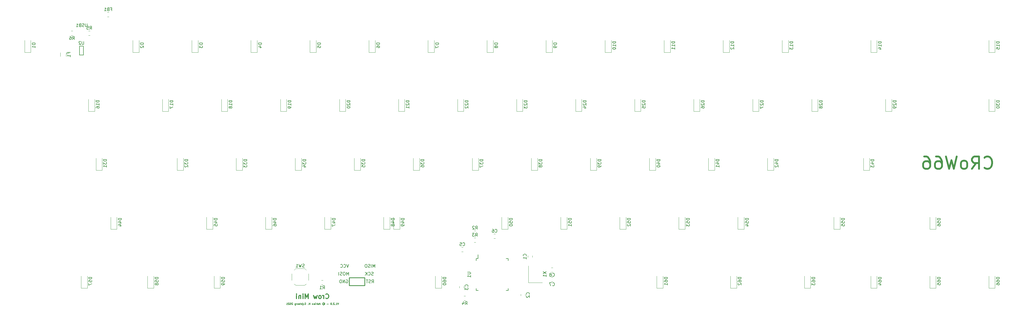
<source format=gbr>
G04 #@! TF.GenerationSoftware,KiCad,Pcbnew,(5.1.4)-1*
G04 #@! TF.CreationDate,2021-09-28T20:31:06+02:00*
G04 #@! TF.ProjectId,CrowMiniMk2,43726f77-4d69-46e6-994d-6b322e6b6963,rev?*
G04 #@! TF.SameCoordinates,Original*
G04 #@! TF.FileFunction,Legend,Bot*
G04 #@! TF.FilePolarity,Positive*
%FSLAX46Y46*%
G04 Gerber Fmt 4.6, Leading zero omitted, Abs format (unit mm)*
G04 Created by KiCad (PCBNEW (5.1.4)-1) date 2021-09-28 20:31:06*
%MOMM*%
%LPD*%
G04 APERTURE LIST*
%ADD10C,0.600000*%
%ADD11C,0.300000*%
%ADD12C,0.150000*%
%ADD13C,0.120000*%
%ADD14C,0.250000*%
G04 APERTURE END LIST*
D10*
X319816666Y-85566071D02*
X320007142Y-85756547D01*
X320578571Y-85947023D01*
X320959523Y-85947023D01*
X321530952Y-85756547D01*
X321911904Y-85375595D01*
X322102380Y-84994642D01*
X322292857Y-84232738D01*
X322292857Y-83661309D01*
X322102380Y-82899404D01*
X321911904Y-82518452D01*
X321530952Y-82137500D01*
X320959523Y-81947023D01*
X320578571Y-81947023D01*
X320007142Y-82137500D01*
X319816666Y-82327976D01*
X315816666Y-85947023D02*
X317150000Y-84042261D01*
X318102380Y-85947023D02*
X318102380Y-81947023D01*
X316578571Y-81947023D01*
X316197619Y-82137500D01*
X316007142Y-82327976D01*
X315816666Y-82708928D01*
X315816666Y-83280357D01*
X316007142Y-83661309D01*
X316197619Y-83851785D01*
X316578571Y-84042261D01*
X318102380Y-84042261D01*
X313530952Y-85947023D02*
X313911904Y-85756547D01*
X314102380Y-85566071D01*
X314292857Y-85185119D01*
X314292857Y-84042261D01*
X314102380Y-83661309D01*
X313911904Y-83470833D01*
X313530952Y-83280357D01*
X312959523Y-83280357D01*
X312578571Y-83470833D01*
X312388095Y-83661309D01*
X312197619Y-84042261D01*
X312197619Y-85185119D01*
X312388095Y-85566071D01*
X312578571Y-85756547D01*
X312959523Y-85947023D01*
X313530952Y-85947023D01*
X310864285Y-81947023D02*
X309911904Y-85947023D01*
X309150000Y-83089880D01*
X308388095Y-85947023D01*
X307435714Y-81947023D01*
X304197619Y-81947023D02*
X304959523Y-81947023D01*
X305340476Y-82137500D01*
X305530952Y-82327976D01*
X305911904Y-82899404D01*
X306102380Y-83661309D01*
X306102380Y-85185119D01*
X305911904Y-85566071D01*
X305721428Y-85756547D01*
X305340476Y-85947023D01*
X304578571Y-85947023D01*
X304197619Y-85756547D01*
X304007142Y-85566071D01*
X303816666Y-85185119D01*
X303816666Y-84232738D01*
X304007142Y-83851785D01*
X304197619Y-83661309D01*
X304578571Y-83470833D01*
X305340476Y-83470833D01*
X305721428Y-83661309D01*
X305911904Y-83851785D01*
X306102380Y-84232738D01*
X300388095Y-81947023D02*
X301150000Y-81947023D01*
X301530952Y-82137500D01*
X301721428Y-82327976D01*
X302102380Y-82899404D01*
X302292857Y-83661309D01*
X302292857Y-85185119D01*
X302102380Y-85566071D01*
X301911904Y-85756547D01*
X301530952Y-85947023D01*
X300769047Y-85947023D01*
X300388095Y-85756547D01*
X300197619Y-85566071D01*
X300007142Y-85185119D01*
X300007142Y-84232738D01*
X300197619Y-83851785D01*
X300388095Y-83661309D01*
X300769047Y-83470833D01*
X301530952Y-83470833D01*
X301911904Y-83661309D01*
X302102380Y-83851785D01*
X302292857Y-84232738D01*
D11*
X107314464Y-127757964D02*
X107385892Y-127829392D01*
X107600178Y-127900821D01*
X107743035Y-127900821D01*
X107957321Y-127829392D01*
X108100178Y-127686535D01*
X108171607Y-127543678D01*
X108243035Y-127257964D01*
X108243035Y-127043678D01*
X108171607Y-126757964D01*
X108100178Y-126615107D01*
X107957321Y-126472250D01*
X107743035Y-126400821D01*
X107600178Y-126400821D01*
X107385892Y-126472250D01*
X107314464Y-126543678D01*
X106671607Y-127900821D02*
X106671607Y-126900821D01*
X106671607Y-127186535D02*
X106600178Y-127043678D01*
X106528750Y-126972250D01*
X106385892Y-126900821D01*
X106243035Y-126900821D01*
X105528750Y-127900821D02*
X105671607Y-127829392D01*
X105743035Y-127757964D01*
X105814464Y-127615107D01*
X105814464Y-127186535D01*
X105743035Y-127043678D01*
X105671607Y-126972250D01*
X105528750Y-126900821D01*
X105314464Y-126900821D01*
X105171607Y-126972250D01*
X105100178Y-127043678D01*
X105028750Y-127186535D01*
X105028750Y-127615107D01*
X105100178Y-127757964D01*
X105171607Y-127829392D01*
X105314464Y-127900821D01*
X105528750Y-127900821D01*
X104528750Y-126900821D02*
X104243035Y-127900821D01*
X103957321Y-127186535D01*
X103671607Y-127900821D01*
X103385892Y-126900821D01*
X101671607Y-127900821D02*
X101671607Y-126400821D01*
X101171607Y-127472250D01*
X100671607Y-126400821D01*
X100671607Y-127900821D01*
X99957321Y-127900821D02*
X99957321Y-126900821D01*
X99957321Y-126400821D02*
X100028750Y-126472250D01*
X99957321Y-126543678D01*
X99885892Y-126472250D01*
X99957321Y-126400821D01*
X99957321Y-126543678D01*
X99243035Y-126900821D02*
X99243035Y-127900821D01*
X99243035Y-127043678D02*
X99171607Y-126972250D01*
X99028750Y-126900821D01*
X98814464Y-126900821D01*
X98671607Y-126972250D01*
X98600178Y-127115107D01*
X98600178Y-127900821D01*
X97885892Y-127900821D02*
X97885892Y-126900821D01*
X97885892Y-126400821D02*
X97957321Y-126472250D01*
X97885892Y-126543678D01*
X97814464Y-126472250D01*
X97885892Y-126400821D01*
X97885892Y-126543678D01*
D12*
X111514464Y-129274928D02*
X111314464Y-129874928D01*
X111114464Y-129274928D01*
X110600178Y-129874928D02*
X110943035Y-129874928D01*
X110771607Y-129874928D02*
X110771607Y-129274928D01*
X110828750Y-129360642D01*
X110885892Y-129417785D01*
X110943035Y-129446357D01*
X110343035Y-129817785D02*
X110314464Y-129846357D01*
X110343035Y-129874928D01*
X110371607Y-129846357D01*
X110343035Y-129817785D01*
X110343035Y-129874928D01*
X110085892Y-129332071D02*
X110057321Y-129303500D01*
X110000178Y-129274928D01*
X109857321Y-129274928D01*
X109800178Y-129303500D01*
X109771607Y-129332071D01*
X109743035Y-129389214D01*
X109743035Y-129446357D01*
X109771607Y-129532071D01*
X110114464Y-129874928D01*
X109743035Y-129874928D01*
X109485892Y-129817785D02*
X109457321Y-129846357D01*
X109485892Y-129874928D01*
X109514464Y-129846357D01*
X109485892Y-129817785D01*
X109485892Y-129874928D01*
X109085892Y-129274928D02*
X109028750Y-129274928D01*
X108971607Y-129303500D01*
X108943035Y-129332071D01*
X108914464Y-129389214D01*
X108885892Y-129503500D01*
X108885892Y-129646357D01*
X108914464Y-129760642D01*
X108943035Y-129817785D01*
X108971607Y-129846357D01*
X109028750Y-129874928D01*
X109085892Y-129874928D01*
X109143035Y-129846357D01*
X109171607Y-129817785D01*
X109200178Y-129760642D01*
X109228750Y-129646357D01*
X109228750Y-129503500D01*
X109200178Y-129389214D01*
X109171607Y-129332071D01*
X109143035Y-129303500D01*
X109085892Y-129274928D01*
X108171607Y-129646357D02*
X107714464Y-129646357D01*
X106485892Y-129417785D02*
X106543035Y-129389214D01*
X106657321Y-129389214D01*
X106714464Y-129417785D01*
X106771607Y-129474928D01*
X106800178Y-129532071D01*
X106800178Y-129646357D01*
X106771607Y-129703500D01*
X106714464Y-129760642D01*
X106657321Y-129789214D01*
X106543035Y-129789214D01*
X106485892Y-129760642D01*
X106600178Y-129189214D02*
X106743035Y-129217785D01*
X106885892Y-129303500D01*
X106971607Y-129446357D01*
X107000178Y-129589214D01*
X106971607Y-129732071D01*
X106885892Y-129874928D01*
X106743035Y-129960642D01*
X106600178Y-129989214D01*
X106457321Y-129960642D01*
X106314464Y-129874928D01*
X106228750Y-129732071D01*
X106200178Y-129589214D01*
X106228750Y-129446357D01*
X106314464Y-129303500D01*
X106457321Y-129217785D01*
X106600178Y-129189214D01*
X105514464Y-129703500D02*
X105228750Y-129703500D01*
X105571607Y-129874928D02*
X105371607Y-129274928D01*
X105171607Y-129874928D01*
X104714464Y-129874928D02*
X104714464Y-129274928D01*
X104714464Y-129846357D02*
X104771607Y-129874928D01*
X104885892Y-129874928D01*
X104943035Y-129846357D01*
X104971607Y-129817785D01*
X105000178Y-129760642D01*
X105000178Y-129589214D01*
X104971607Y-129532071D01*
X104943035Y-129503500D01*
X104885892Y-129474928D01*
X104771607Y-129474928D01*
X104714464Y-129503500D01*
X104428750Y-129874928D02*
X104428750Y-129474928D01*
X104428750Y-129589214D02*
X104400178Y-129532071D01*
X104371607Y-129503500D01*
X104314464Y-129474928D01*
X104257321Y-129474928D01*
X104057321Y-129874928D02*
X104057321Y-129474928D01*
X104057321Y-129274928D02*
X104085892Y-129303500D01*
X104057321Y-129332071D01*
X104028750Y-129303500D01*
X104057321Y-129274928D01*
X104057321Y-129332071D01*
X103514464Y-129874928D02*
X103514464Y-129560642D01*
X103543035Y-129503500D01*
X103600178Y-129474928D01*
X103714464Y-129474928D01*
X103771607Y-129503500D01*
X103514464Y-129846357D02*
X103571607Y-129874928D01*
X103714464Y-129874928D01*
X103771607Y-129846357D01*
X103800178Y-129789214D01*
X103800178Y-129732071D01*
X103771607Y-129674928D01*
X103714464Y-129646357D01*
X103571607Y-129646357D01*
X103514464Y-129617785D01*
X103228750Y-129474928D02*
X103228750Y-129874928D01*
X103228750Y-129532071D02*
X103200178Y-129503500D01*
X103143035Y-129474928D01*
X103057321Y-129474928D01*
X103000178Y-129503500D01*
X102971607Y-129560642D01*
X102971607Y-129874928D01*
X102228750Y-129874928D02*
X102228750Y-129274928D01*
X102228750Y-129560642D02*
X101885892Y-129560642D01*
X101885892Y-129874928D02*
X101885892Y-129274928D01*
X101600178Y-129817785D02*
X101571607Y-129846357D01*
X101600178Y-129874928D01*
X101628750Y-129846357D01*
X101600178Y-129817785D01*
X101600178Y-129874928D01*
X100857321Y-129560642D02*
X100657321Y-129560642D01*
X100571607Y-129874928D02*
X100857321Y-129874928D01*
X100857321Y-129274928D01*
X100571607Y-129274928D01*
X100371607Y-129474928D02*
X100228750Y-129874928D01*
X100085892Y-129474928D01*
X99857321Y-129474928D02*
X99857321Y-129989214D01*
X99885892Y-130046357D01*
X99943035Y-130074928D01*
X99971607Y-130074928D01*
X99857321Y-129274928D02*
X99885892Y-129303500D01*
X99857321Y-129332071D01*
X99828750Y-129303500D01*
X99857321Y-129274928D01*
X99857321Y-129332071D01*
X99343035Y-129846357D02*
X99400178Y-129874928D01*
X99514464Y-129874928D01*
X99571607Y-129846357D01*
X99600178Y-129789214D01*
X99600178Y-129560642D01*
X99571607Y-129503500D01*
X99514464Y-129474928D01*
X99400178Y-129474928D01*
X99343035Y-129503500D01*
X99314464Y-129560642D01*
X99314464Y-129617785D01*
X99600178Y-129674928D01*
X99057321Y-129874928D02*
X99057321Y-129274928D01*
X99057321Y-129503500D02*
X99000178Y-129474928D01*
X98885892Y-129474928D01*
X98828750Y-129503500D01*
X98800178Y-129532071D01*
X98771607Y-129589214D01*
X98771607Y-129760642D01*
X98800178Y-129817785D01*
X98828750Y-129846357D01*
X98885892Y-129874928D01*
X99000178Y-129874928D01*
X99057321Y-129846357D01*
X98285892Y-129846357D02*
X98343035Y-129874928D01*
X98457321Y-129874928D01*
X98514464Y-129846357D01*
X98543035Y-129789214D01*
X98543035Y-129560642D01*
X98514464Y-129503500D01*
X98457321Y-129474928D01*
X98343035Y-129474928D01*
X98285892Y-129503500D01*
X98257321Y-129560642D01*
X98257321Y-129617785D01*
X98543035Y-129674928D01*
X98000178Y-129874928D02*
X98000178Y-129474928D01*
X98000178Y-129589214D02*
X97971607Y-129532071D01*
X97943035Y-129503500D01*
X97885892Y-129474928D01*
X97828750Y-129474928D01*
X97371607Y-129474928D02*
X97371607Y-129960642D01*
X97400178Y-130017785D01*
X97428750Y-130046357D01*
X97485892Y-130074928D01*
X97571607Y-130074928D01*
X97628750Y-130046357D01*
X97371607Y-129846357D02*
X97428750Y-129874928D01*
X97543035Y-129874928D01*
X97600178Y-129846357D01*
X97628750Y-129817785D01*
X97657321Y-129760642D01*
X97657321Y-129589214D01*
X97628750Y-129532071D01*
X97600178Y-129503500D01*
X97543035Y-129474928D01*
X97428750Y-129474928D01*
X97371607Y-129503500D01*
X96657321Y-129332071D02*
X96628750Y-129303500D01*
X96571607Y-129274928D01*
X96428750Y-129274928D01*
X96371607Y-129303500D01*
X96343035Y-129332071D01*
X96314464Y-129389214D01*
X96314464Y-129446357D01*
X96343035Y-129532071D01*
X96685892Y-129874928D01*
X96314464Y-129874928D01*
X95943035Y-129274928D02*
X95885892Y-129274928D01*
X95828750Y-129303500D01*
X95800178Y-129332071D01*
X95771607Y-129389214D01*
X95743035Y-129503500D01*
X95743035Y-129646357D01*
X95771607Y-129760642D01*
X95800178Y-129817785D01*
X95828750Y-129846357D01*
X95885892Y-129874928D01*
X95943035Y-129874928D01*
X96000178Y-129846357D01*
X96028750Y-129817785D01*
X96057321Y-129760642D01*
X96085892Y-129646357D01*
X96085892Y-129503500D01*
X96057321Y-129389214D01*
X96028750Y-129332071D01*
X96000178Y-129303500D01*
X95943035Y-129274928D01*
X95514464Y-129332071D02*
X95485892Y-129303500D01*
X95428750Y-129274928D01*
X95285892Y-129274928D01*
X95228750Y-129303500D01*
X95200178Y-129332071D01*
X95171607Y-129389214D01*
X95171607Y-129446357D01*
X95200178Y-129532071D01*
X95543035Y-129874928D01*
X95171607Y-129874928D01*
X94600178Y-129874928D02*
X94943035Y-129874928D01*
X94771607Y-129874928D02*
X94771607Y-129274928D01*
X94828750Y-129360642D01*
X94885892Y-129417785D01*
X94943035Y-129446357D01*
D13*
X37345252Y-35358000D02*
X36822748Y-35358000D01*
X37345252Y-36778000D02*
X36822748Y-36778000D01*
X162059252Y-106986000D02*
X161536748Y-106986000D01*
X162059252Y-108406000D02*
X161536748Y-108406000D01*
X151645252Y-111304000D02*
X151122748Y-111304000D01*
X151645252Y-112724000D02*
X151122748Y-112724000D01*
D12*
X27798000Y-46302000D02*
X29098000Y-46302000D01*
X27798000Y-49202000D02*
X27798000Y-46302000D01*
X29098000Y-49202000D02*
X27798000Y-49202000D01*
X29098000Y-49202000D02*
X29098000Y-46302000D01*
D13*
X177182000Y-122722000D02*
X172682000Y-122722000D01*
X172682000Y-122722000D02*
X172682000Y-117322000D01*
D12*
X155861000Y-114967000D02*
X156436000Y-114967000D01*
X155861000Y-125317000D02*
X156536000Y-125317000D01*
X166211000Y-125317000D02*
X165536000Y-125317000D01*
X166211000Y-114967000D02*
X165536000Y-114967000D01*
X155861000Y-114967000D02*
X155861000Y-115642000D01*
X166211000Y-114967000D02*
X166211000Y-115642000D01*
X166211000Y-125317000D02*
X166211000Y-124642000D01*
X155861000Y-125317000D02*
X155861000Y-124642000D01*
X156436000Y-114967000D02*
X156436000Y-113692000D01*
D13*
X101780000Y-121944000D02*
X101780000Y-119864000D01*
X97610000Y-118184000D02*
X97120000Y-118674000D01*
X96340000Y-121944000D02*
X96340000Y-119864000D01*
X100510000Y-118184000D02*
X101000000Y-118674000D01*
X100510000Y-118184000D02*
X97610000Y-118184000D01*
X100510000Y-123624000D02*
X101000000Y-123134000D01*
X100510000Y-123624000D02*
X97610000Y-123624000D01*
X97610000Y-123624000D02*
X97120000Y-123134000D01*
X25129748Y-42778750D02*
X25652252Y-42778750D01*
X25129748Y-41358750D02*
X25652252Y-41358750D01*
X31217502Y-41358750D02*
X30694998Y-41358750D01*
X31217502Y-42778750D02*
X30694998Y-42778750D01*
X151884748Y-128472000D02*
X152407252Y-128472000D01*
X151884748Y-127052000D02*
X152407252Y-127052000D01*
X155709252Y-108256000D02*
X155186748Y-108256000D01*
X155709252Y-109676000D02*
X155186748Y-109676000D01*
X155709252Y-105970000D02*
X155186748Y-105970000D01*
X155709252Y-107390000D02*
X155186748Y-107390000D01*
X105910748Y-123392000D02*
X106433252Y-123392000D01*
X105910748Y-121972000D02*
X106433252Y-121972000D01*
D14*
X119848000Y-123638000D02*
X119848000Y-121138000D01*
X114848000Y-123638000D02*
X119848000Y-123638000D01*
X114848000Y-121138000D02*
X114848000Y-123638000D01*
X119848000Y-121138000D02*
X114848000Y-121138000D01*
D13*
X23516000Y-49624064D02*
X23516000Y-48419936D01*
X21696000Y-49624064D02*
X21696000Y-48419936D01*
X323262500Y-124487500D02*
X321262500Y-124487500D01*
X321262500Y-124487500D02*
X321262500Y-120587500D01*
X323262500Y-124487500D02*
X323262500Y-120587500D01*
X304212500Y-124487500D02*
X302212500Y-124487500D01*
X302212500Y-124487500D02*
X302212500Y-120587500D01*
X304212500Y-124487500D02*
X304212500Y-120587500D01*
X285162500Y-124487500D02*
X283162500Y-124487500D01*
X283162500Y-124487500D02*
X283162500Y-120587500D01*
X285162500Y-124487500D02*
X285162500Y-120587500D01*
X263731250Y-124487500D02*
X261731250Y-124487500D01*
X261731250Y-124487500D02*
X261731250Y-120587500D01*
X263731250Y-124487500D02*
X263731250Y-120587500D01*
X239918750Y-124487500D02*
X237918750Y-124487500D01*
X237918750Y-124487500D02*
X237918750Y-120587500D01*
X239918750Y-124487500D02*
X239918750Y-120587500D01*
X216106250Y-124487500D02*
X214106250Y-124487500D01*
X214106250Y-124487500D02*
X214106250Y-120587500D01*
X216106250Y-124487500D02*
X216106250Y-120587500D01*
X144668750Y-124487500D02*
X142668750Y-124487500D01*
X142668750Y-124487500D02*
X142668750Y-120587500D01*
X144668750Y-124487500D02*
X144668750Y-120587500D01*
X73231250Y-124487500D02*
X71231250Y-124487500D01*
X71231250Y-124487500D02*
X71231250Y-120587500D01*
X73231250Y-124487500D02*
X73231250Y-120587500D01*
X51800000Y-124487500D02*
X49800000Y-124487500D01*
X49800000Y-124487500D02*
X49800000Y-120587500D01*
X51800000Y-124487500D02*
X51800000Y-120587500D01*
X30368750Y-124487500D02*
X30368750Y-120587500D01*
X28368750Y-124487500D02*
X28368750Y-120587500D01*
X30368750Y-124487500D02*
X28368750Y-124487500D01*
X304212500Y-105437500D02*
X302212500Y-105437500D01*
X302212500Y-105437500D02*
X302212500Y-101537500D01*
X304212500Y-105437500D02*
X304212500Y-101537500D01*
X273256250Y-105437500D02*
X271256250Y-105437500D01*
X271256250Y-105437500D02*
X271256250Y-101537500D01*
X273256250Y-105437500D02*
X273256250Y-101537500D01*
X242300000Y-105437500D02*
X242300000Y-101537500D01*
X240300000Y-105437500D02*
X240300000Y-101537500D01*
X242300000Y-105437500D02*
X240300000Y-105437500D01*
X223250000Y-105437500D02*
X223250000Y-101537500D01*
X221250000Y-105437500D02*
X221250000Y-101537500D01*
X223250000Y-105437500D02*
X221250000Y-105437500D01*
X204200000Y-105437500D02*
X204200000Y-101537500D01*
X202200000Y-105437500D02*
X202200000Y-101537500D01*
X204200000Y-105437500D02*
X202200000Y-105437500D01*
X185150000Y-105437500D02*
X183150000Y-105437500D01*
X183150000Y-105437500D02*
X183150000Y-101537500D01*
X185150000Y-105437500D02*
X185150000Y-101537500D01*
X166100000Y-105437500D02*
X166100000Y-101537500D01*
X164100000Y-105437500D02*
X164100000Y-101537500D01*
X166100000Y-105437500D02*
X164100000Y-105437500D01*
X131175000Y-105437500D02*
X131175000Y-101537500D01*
X129175000Y-105437500D02*
X129175000Y-101537500D01*
X131175000Y-105437500D02*
X129175000Y-105437500D01*
X128000000Y-105437500D02*
X128000000Y-101537500D01*
X126000000Y-105437500D02*
X126000000Y-101537500D01*
X128000000Y-105437500D02*
X126000000Y-105437500D01*
X108950000Y-105437500D02*
X108950000Y-101537500D01*
X106950000Y-105437500D02*
X106950000Y-101537500D01*
X108950000Y-105437500D02*
X106950000Y-105437500D01*
X89900000Y-105437500D02*
X89900000Y-101537500D01*
X87900000Y-105437500D02*
X87900000Y-101537500D01*
X89900000Y-105437500D02*
X87900000Y-105437500D01*
X70850000Y-105437500D02*
X70850000Y-101537500D01*
X68850000Y-105437500D02*
X68850000Y-101537500D01*
X70850000Y-105437500D02*
X68850000Y-105437500D01*
X39893750Y-105437500D02*
X37893750Y-105437500D01*
X37893750Y-105437500D02*
X37893750Y-101537500D01*
X39893750Y-105437500D02*
X39893750Y-101537500D01*
X282781250Y-86387500D02*
X280781250Y-86387500D01*
X280781250Y-86387500D02*
X280781250Y-82487500D01*
X282781250Y-86387500D02*
X282781250Y-82487500D01*
X251825000Y-86387500D02*
X249825000Y-86387500D01*
X249825000Y-86387500D02*
X249825000Y-82487500D01*
X251825000Y-86387500D02*
X251825000Y-82487500D01*
X232775000Y-86387500D02*
X230775000Y-86387500D01*
X230775000Y-86387500D02*
X230775000Y-82487500D01*
X232775000Y-86387500D02*
X232775000Y-82487500D01*
X213725000Y-86387500D02*
X211725000Y-86387500D01*
X211725000Y-86387500D02*
X211725000Y-82487500D01*
X213725000Y-86387500D02*
X213725000Y-82487500D01*
X194675000Y-86387500D02*
X192675000Y-86387500D01*
X192675000Y-86387500D02*
X192675000Y-82487500D01*
X194675000Y-86387500D02*
X194675000Y-82487500D01*
X175625000Y-86387500D02*
X173625000Y-86387500D01*
X173625000Y-86387500D02*
X173625000Y-82487500D01*
X175625000Y-86387500D02*
X175625000Y-82487500D01*
X156575000Y-86387500D02*
X154575000Y-86387500D01*
X154575000Y-86387500D02*
X154575000Y-82487500D01*
X156575000Y-86387500D02*
X156575000Y-82487500D01*
X137525000Y-86387500D02*
X135525000Y-86387500D01*
X135525000Y-86387500D02*
X135525000Y-82487500D01*
X137525000Y-86387500D02*
X137525000Y-82487500D01*
X118475000Y-86387500D02*
X116475000Y-86387500D01*
X116475000Y-86387500D02*
X116475000Y-82487500D01*
X118475000Y-86387500D02*
X118475000Y-82487500D01*
X99425000Y-86387500D02*
X97425000Y-86387500D01*
X97425000Y-86387500D02*
X97425000Y-82487500D01*
X99425000Y-86387500D02*
X99425000Y-82487500D01*
X80375000Y-86387500D02*
X78375000Y-86387500D01*
X78375000Y-86387500D02*
X78375000Y-82487500D01*
X80375000Y-86387500D02*
X80375000Y-82487500D01*
X61325000Y-86387500D02*
X59325000Y-86387500D01*
X59325000Y-86387500D02*
X59325000Y-82487500D01*
X61325000Y-86387500D02*
X61325000Y-82487500D01*
X35131250Y-86387500D02*
X33131250Y-86387500D01*
X33131250Y-86387500D02*
X33131250Y-82487500D01*
X35131250Y-86387500D02*
X35131250Y-82487500D01*
X323262500Y-67337500D02*
X321262500Y-67337500D01*
X321262500Y-67337500D02*
X321262500Y-63437500D01*
X323262500Y-67337500D02*
X323262500Y-63437500D01*
X289925000Y-67337500D02*
X287925000Y-67337500D01*
X287925000Y-67337500D02*
X287925000Y-63437500D01*
X289925000Y-67337500D02*
X289925000Y-63437500D01*
X266112500Y-67337500D02*
X264112500Y-67337500D01*
X264112500Y-67337500D02*
X264112500Y-63437500D01*
X266112500Y-67337500D02*
X266112500Y-63437500D01*
X247062500Y-67337500D02*
X245062500Y-67337500D01*
X245062500Y-67337500D02*
X245062500Y-63437500D01*
X247062500Y-67337500D02*
X247062500Y-63437500D01*
X228012500Y-67337500D02*
X226012500Y-67337500D01*
X226012500Y-67337500D02*
X226012500Y-63437500D01*
X228012500Y-67337500D02*
X228012500Y-63437500D01*
X208962500Y-67337500D02*
X206962500Y-67337500D01*
X206962500Y-67337500D02*
X206962500Y-63437500D01*
X208962500Y-67337500D02*
X208962500Y-63437500D01*
X189912500Y-67337500D02*
X189912500Y-63437500D01*
X187912500Y-67337500D02*
X187912500Y-63437500D01*
X189912500Y-67337500D02*
X187912500Y-67337500D01*
X170862500Y-67337500D02*
X168862500Y-67337500D01*
X168862500Y-67337500D02*
X168862500Y-63437500D01*
X170862500Y-67337500D02*
X170862500Y-63437500D01*
X151812500Y-67337500D02*
X149812500Y-67337500D01*
X149812500Y-67337500D02*
X149812500Y-63437500D01*
X151812500Y-67337500D02*
X151812500Y-63437500D01*
X132762500Y-67337500D02*
X130762500Y-67337500D01*
X130762500Y-67337500D02*
X130762500Y-63437500D01*
X132762500Y-67337500D02*
X132762500Y-63437500D01*
X113712500Y-67337500D02*
X111712500Y-67337500D01*
X111712500Y-67337500D02*
X111712500Y-63437500D01*
X113712500Y-67337500D02*
X113712500Y-63437500D01*
X94662500Y-67337500D02*
X92662500Y-67337500D01*
X92662500Y-67337500D02*
X92662500Y-63437500D01*
X94662500Y-67337500D02*
X94662500Y-63437500D01*
X75612500Y-67337500D02*
X73612500Y-67337500D01*
X73612500Y-67337500D02*
X73612500Y-63437500D01*
X75612500Y-67337500D02*
X75612500Y-63437500D01*
X56562500Y-67337500D02*
X54562500Y-67337500D01*
X54562500Y-67337500D02*
X54562500Y-63437500D01*
X56562500Y-67337500D02*
X56562500Y-63437500D01*
X32750000Y-67337500D02*
X30750000Y-67337500D01*
X30750000Y-67337500D02*
X30750000Y-63437500D01*
X32750000Y-67337500D02*
X32750000Y-63437500D01*
X323262500Y-48287500D02*
X321262500Y-48287500D01*
X321262500Y-48287500D02*
X321262500Y-44387500D01*
X323262500Y-48287500D02*
X323262500Y-44387500D01*
X285162500Y-48287500D02*
X283162500Y-48287500D01*
X283162500Y-48287500D02*
X283162500Y-44387500D01*
X285162500Y-48287500D02*
X285162500Y-44387500D01*
X256587500Y-48287500D02*
X254587500Y-48287500D01*
X254587500Y-48287500D02*
X254587500Y-44387500D01*
X256587500Y-48287500D02*
X256587500Y-44387500D01*
X237537500Y-48287500D02*
X235537500Y-48287500D01*
X235537500Y-48287500D02*
X235537500Y-44387500D01*
X237537500Y-48287500D02*
X237537500Y-44387500D01*
X218487500Y-48287500D02*
X216487500Y-48287500D01*
X216487500Y-48287500D02*
X216487500Y-44387500D01*
X218487500Y-48287500D02*
X218487500Y-44387500D01*
X199437500Y-48287500D02*
X197437500Y-48287500D01*
X197437500Y-48287500D02*
X197437500Y-44387500D01*
X199437500Y-48287500D02*
X199437500Y-44387500D01*
X180387500Y-48287500D02*
X178387500Y-48287500D01*
X178387500Y-48287500D02*
X178387500Y-44387500D01*
X180387500Y-48287500D02*
X180387500Y-44387500D01*
X161337500Y-48287500D02*
X159337500Y-48287500D01*
X159337500Y-48287500D02*
X159337500Y-44387500D01*
X161337500Y-48287500D02*
X161337500Y-44387500D01*
X142287500Y-48287500D02*
X140287500Y-48287500D01*
X140287500Y-48287500D02*
X140287500Y-44387500D01*
X142287500Y-48287500D02*
X142287500Y-44387500D01*
X123237500Y-48287500D02*
X121237500Y-48287500D01*
X121237500Y-48287500D02*
X121237500Y-44387500D01*
X123237500Y-48287500D02*
X123237500Y-44387500D01*
X104187500Y-48287500D02*
X102187500Y-48287500D01*
X102187500Y-48287500D02*
X102187500Y-44387500D01*
X104187500Y-48287500D02*
X104187500Y-44387500D01*
X85137500Y-48287500D02*
X83137500Y-48287500D01*
X83137500Y-48287500D02*
X83137500Y-44387500D01*
X85137500Y-48287500D02*
X85137500Y-44387500D01*
X66087500Y-48287500D02*
X64087500Y-48287500D01*
X64087500Y-48287500D02*
X64087500Y-44387500D01*
X66087500Y-48287500D02*
X66087500Y-44387500D01*
X47037500Y-48287500D02*
X45037500Y-48287500D01*
X45037500Y-48287500D02*
X45037500Y-44387500D01*
X47037500Y-48287500D02*
X47037500Y-44387500D01*
X12112500Y-48287500D02*
X10112500Y-48287500D01*
X10112500Y-48287500D02*
X10112500Y-44387500D01*
X12112500Y-48287500D02*
X12112500Y-44387500D01*
X180078748Y-119328000D02*
X180601252Y-119328000D01*
X180078748Y-117908000D02*
X180601252Y-117908000D01*
X180078748Y-122376000D02*
X180601252Y-122376000D01*
X180078748Y-120956000D02*
X180601252Y-120956000D01*
X151840000Y-124467252D02*
X151840000Y-123944748D01*
X150420000Y-124467252D02*
X150420000Y-123944748D01*
X171652000Y-127007252D02*
X171652000Y-126484748D01*
X170232000Y-127007252D02*
X170232000Y-126484748D01*
X172518000Y-114038748D02*
X172518000Y-114561252D01*
X173938000Y-114038748D02*
X173938000Y-114561252D01*
D12*
X37917333Y-34346571D02*
X38250666Y-34346571D01*
X38250666Y-34870380D02*
X38250666Y-33870380D01*
X37774476Y-33870380D01*
X37060190Y-34346571D02*
X36917333Y-34394190D01*
X36869714Y-34441809D01*
X36822095Y-34537047D01*
X36822095Y-34679904D01*
X36869714Y-34775142D01*
X36917333Y-34822761D01*
X37012571Y-34870380D01*
X37393523Y-34870380D01*
X37393523Y-33870380D01*
X37060190Y-33870380D01*
X36964952Y-33918000D01*
X36917333Y-33965619D01*
X36869714Y-34060857D01*
X36869714Y-34156095D01*
X36917333Y-34251333D01*
X36964952Y-34298952D01*
X37060190Y-34346571D01*
X37393523Y-34346571D01*
X35869714Y-34870380D02*
X36441142Y-34870380D01*
X36155428Y-34870380D02*
X36155428Y-33870380D01*
X36250666Y-34013238D01*
X36345904Y-34108476D01*
X36441142Y-34156095D01*
X161964666Y-106403142D02*
X162012285Y-106450761D01*
X162155142Y-106498380D01*
X162250380Y-106498380D01*
X162393238Y-106450761D01*
X162488476Y-106355523D01*
X162536095Y-106260285D01*
X162583714Y-106069809D01*
X162583714Y-105926952D01*
X162536095Y-105736476D01*
X162488476Y-105641238D01*
X162393238Y-105546000D01*
X162250380Y-105498380D01*
X162155142Y-105498380D01*
X162012285Y-105546000D01*
X161964666Y-105593619D01*
X161107523Y-105498380D02*
X161298000Y-105498380D01*
X161393238Y-105546000D01*
X161440857Y-105593619D01*
X161536095Y-105736476D01*
X161583714Y-105926952D01*
X161583714Y-106307904D01*
X161536095Y-106403142D01*
X161488476Y-106450761D01*
X161393238Y-106498380D01*
X161202761Y-106498380D01*
X161107523Y-106450761D01*
X161059904Y-106403142D01*
X161012285Y-106307904D01*
X161012285Y-106069809D01*
X161059904Y-105974571D01*
X161107523Y-105926952D01*
X161202761Y-105879333D01*
X161393238Y-105879333D01*
X161488476Y-105926952D01*
X161536095Y-105974571D01*
X161583714Y-106069809D01*
X151550666Y-110721142D02*
X151598285Y-110768761D01*
X151741142Y-110816380D01*
X151836380Y-110816380D01*
X151979238Y-110768761D01*
X152074476Y-110673523D01*
X152122095Y-110578285D01*
X152169714Y-110387809D01*
X152169714Y-110244952D01*
X152122095Y-110054476D01*
X152074476Y-109959238D01*
X151979238Y-109864000D01*
X151836380Y-109816380D01*
X151741142Y-109816380D01*
X151598285Y-109864000D01*
X151550666Y-109911619D01*
X150645904Y-109816380D02*
X151122095Y-109816380D01*
X151169714Y-110292571D01*
X151122095Y-110244952D01*
X151026857Y-110197333D01*
X150788761Y-110197333D01*
X150693523Y-110244952D01*
X150645904Y-110292571D01*
X150598285Y-110387809D01*
X150598285Y-110625904D01*
X150645904Y-110721142D01*
X150693523Y-110768761D01*
X150788761Y-110816380D01*
X151026857Y-110816380D01*
X151122095Y-110768761D01*
X151169714Y-110721142D01*
X29209904Y-44754380D02*
X29209904Y-45563904D01*
X29162285Y-45659142D01*
X29114666Y-45706761D01*
X29019428Y-45754380D01*
X28828952Y-45754380D01*
X28733714Y-45706761D01*
X28686095Y-45659142D01*
X28638476Y-45563904D01*
X28638476Y-44754380D01*
X28209904Y-44849619D02*
X28162285Y-44802000D01*
X28067047Y-44754380D01*
X27828952Y-44754380D01*
X27733714Y-44802000D01*
X27686095Y-44849619D01*
X27638476Y-44944857D01*
X27638476Y-45040095D01*
X27686095Y-45182952D01*
X28257523Y-45754380D01*
X27638476Y-45754380D01*
X177434380Y-119212476D02*
X178434380Y-119879142D01*
X177434380Y-119879142D02*
X178434380Y-119212476D01*
X178434380Y-120783904D02*
X178434380Y-120212476D01*
X178434380Y-120498190D02*
X177434380Y-120498190D01*
X177577238Y-120402952D01*
X177672476Y-120307714D01*
X177720095Y-120212476D01*
X30313095Y-39021130D02*
X30313095Y-39830654D01*
X30265476Y-39925892D01*
X30217857Y-39973511D01*
X30122619Y-40021130D01*
X29932142Y-40021130D01*
X29836904Y-39973511D01*
X29789285Y-39925892D01*
X29741666Y-39830654D01*
X29741666Y-39021130D01*
X29313095Y-39973511D02*
X29170238Y-40021130D01*
X28932142Y-40021130D01*
X28836904Y-39973511D01*
X28789285Y-39925892D01*
X28741666Y-39830654D01*
X28741666Y-39735416D01*
X28789285Y-39640178D01*
X28836904Y-39592559D01*
X28932142Y-39544940D01*
X29122619Y-39497321D01*
X29217857Y-39449702D01*
X29265476Y-39402083D01*
X29313095Y-39306845D01*
X29313095Y-39211607D01*
X29265476Y-39116369D01*
X29217857Y-39068750D01*
X29122619Y-39021130D01*
X28884523Y-39021130D01*
X28741666Y-39068750D01*
X27979761Y-39497321D02*
X27836904Y-39544940D01*
X27789285Y-39592559D01*
X27741666Y-39687797D01*
X27741666Y-39830654D01*
X27789285Y-39925892D01*
X27836904Y-39973511D01*
X27932142Y-40021130D01*
X28313095Y-40021130D01*
X28313095Y-39021130D01*
X27979761Y-39021130D01*
X27884523Y-39068750D01*
X27836904Y-39116369D01*
X27789285Y-39211607D01*
X27789285Y-39306845D01*
X27836904Y-39402083D01*
X27884523Y-39449702D01*
X27979761Y-39497321D01*
X28313095Y-39497321D01*
X26789285Y-40021130D02*
X27360714Y-40021130D01*
X27074999Y-40021130D02*
X27074999Y-39021130D01*
X27170238Y-39163988D01*
X27265476Y-39259226D01*
X27360714Y-39306845D01*
X153038380Y-119380095D02*
X153847904Y-119380095D01*
X153943142Y-119427714D01*
X153990761Y-119475333D01*
X154038380Y-119570571D01*
X154038380Y-119761047D01*
X153990761Y-119856285D01*
X153943142Y-119903904D01*
X153847904Y-119951523D01*
X153038380Y-119951523D01*
X154038380Y-120951523D02*
X154038380Y-120380095D01*
X154038380Y-120665809D02*
X153038380Y-120665809D01*
X153181238Y-120570571D01*
X153276476Y-120475333D01*
X153324095Y-120380095D01*
X100393333Y-117708761D02*
X100250476Y-117756380D01*
X100012380Y-117756380D01*
X99917142Y-117708761D01*
X99869523Y-117661142D01*
X99821904Y-117565904D01*
X99821904Y-117470666D01*
X99869523Y-117375428D01*
X99917142Y-117327809D01*
X100012380Y-117280190D01*
X100202857Y-117232571D01*
X100298095Y-117184952D01*
X100345714Y-117137333D01*
X100393333Y-117042095D01*
X100393333Y-116946857D01*
X100345714Y-116851619D01*
X100298095Y-116804000D01*
X100202857Y-116756380D01*
X99964761Y-116756380D01*
X99821904Y-116804000D01*
X99488571Y-116756380D02*
X99250476Y-117756380D01*
X99060000Y-117042095D01*
X98869523Y-117756380D01*
X98631428Y-116756380D01*
X97726666Y-117756380D02*
X98298095Y-117756380D01*
X98012380Y-117756380D02*
X98012380Y-116756380D01*
X98107619Y-116899238D01*
X98202857Y-116994476D01*
X98298095Y-117042095D01*
X25557666Y-44171130D02*
X25891000Y-43694940D01*
X26129095Y-44171130D02*
X26129095Y-43171130D01*
X25748142Y-43171130D01*
X25652904Y-43218750D01*
X25605285Y-43266369D01*
X25557666Y-43361607D01*
X25557666Y-43504464D01*
X25605285Y-43599702D01*
X25652904Y-43647321D01*
X25748142Y-43694940D01*
X26129095Y-43694940D01*
X24700523Y-43171130D02*
X24891000Y-43171130D01*
X24986238Y-43218750D01*
X25033857Y-43266369D01*
X25129095Y-43409226D01*
X25176714Y-43599702D01*
X25176714Y-43980654D01*
X25129095Y-44075892D01*
X25081476Y-44123511D01*
X24986238Y-44171130D01*
X24795761Y-44171130D01*
X24700523Y-44123511D01*
X24652904Y-44075892D01*
X24605285Y-43980654D01*
X24605285Y-43742559D01*
X24652904Y-43647321D01*
X24700523Y-43599702D01*
X24795761Y-43552083D01*
X24986238Y-43552083D01*
X25081476Y-43599702D01*
X25129095Y-43647321D01*
X25176714Y-43742559D01*
X31122916Y-40871130D02*
X31456250Y-40394940D01*
X31694345Y-40871130D02*
X31694345Y-39871130D01*
X31313392Y-39871130D01*
X31218154Y-39918750D01*
X31170535Y-39966369D01*
X31122916Y-40061607D01*
X31122916Y-40204464D01*
X31170535Y-40299702D01*
X31218154Y-40347321D01*
X31313392Y-40394940D01*
X31694345Y-40394940D01*
X30218154Y-39871130D02*
X30694345Y-39871130D01*
X30741964Y-40347321D01*
X30694345Y-40299702D01*
X30599107Y-40252083D01*
X30361011Y-40252083D01*
X30265773Y-40299702D01*
X30218154Y-40347321D01*
X30170535Y-40442559D01*
X30170535Y-40680654D01*
X30218154Y-40775892D01*
X30265773Y-40823511D01*
X30361011Y-40871130D01*
X30599107Y-40871130D01*
X30694345Y-40823511D01*
X30741964Y-40775892D01*
X152312666Y-129864380D02*
X152646000Y-129388190D01*
X152884095Y-129864380D02*
X152884095Y-128864380D01*
X152503142Y-128864380D01*
X152407904Y-128912000D01*
X152360285Y-128959619D01*
X152312666Y-129054857D01*
X152312666Y-129197714D01*
X152360285Y-129292952D01*
X152407904Y-129340571D01*
X152503142Y-129388190D01*
X152884095Y-129388190D01*
X151455523Y-129197714D02*
X151455523Y-129864380D01*
X151693619Y-128816761D02*
X151931714Y-129531047D01*
X151312666Y-129531047D01*
X155614666Y-107768380D02*
X155948000Y-107292190D01*
X156186095Y-107768380D02*
X156186095Y-106768380D01*
X155805142Y-106768380D01*
X155709904Y-106816000D01*
X155662285Y-106863619D01*
X155614666Y-106958857D01*
X155614666Y-107101714D01*
X155662285Y-107196952D01*
X155709904Y-107244571D01*
X155805142Y-107292190D01*
X156186095Y-107292190D01*
X155281333Y-106768380D02*
X154662285Y-106768380D01*
X154995619Y-107149333D01*
X154852761Y-107149333D01*
X154757523Y-107196952D01*
X154709904Y-107244571D01*
X154662285Y-107339809D01*
X154662285Y-107577904D01*
X154709904Y-107673142D01*
X154757523Y-107720761D01*
X154852761Y-107768380D01*
X155138476Y-107768380D01*
X155233714Y-107720761D01*
X155281333Y-107673142D01*
X155614666Y-105482380D02*
X155948000Y-105006190D01*
X156186095Y-105482380D02*
X156186095Y-104482380D01*
X155805142Y-104482380D01*
X155709904Y-104530000D01*
X155662285Y-104577619D01*
X155614666Y-104672857D01*
X155614666Y-104815714D01*
X155662285Y-104910952D01*
X155709904Y-104958571D01*
X155805142Y-105006190D01*
X156186095Y-105006190D01*
X155233714Y-104577619D02*
X155186095Y-104530000D01*
X155090857Y-104482380D01*
X154852761Y-104482380D01*
X154757523Y-104530000D01*
X154709904Y-104577619D01*
X154662285Y-104672857D01*
X154662285Y-104768095D01*
X154709904Y-104910952D01*
X155281333Y-105482380D01*
X154662285Y-105482380D01*
X106338666Y-124784380D02*
X106672000Y-124308190D01*
X106910095Y-124784380D02*
X106910095Y-123784380D01*
X106529142Y-123784380D01*
X106433904Y-123832000D01*
X106386285Y-123879619D01*
X106338666Y-123974857D01*
X106338666Y-124117714D01*
X106386285Y-124212952D01*
X106433904Y-124260571D01*
X106529142Y-124308190D01*
X106910095Y-124308190D01*
X105386285Y-124784380D02*
X105957714Y-124784380D01*
X105672000Y-124784380D02*
X105672000Y-123784380D01*
X105767238Y-123927238D01*
X105862476Y-124022476D01*
X105957714Y-124070095D01*
X123169428Y-117840380D02*
X123169428Y-116840380D01*
X122836095Y-117554666D01*
X122502761Y-116840380D01*
X122502761Y-117840380D01*
X122026571Y-117840380D02*
X122026571Y-116840380D01*
X121598000Y-117792761D02*
X121455142Y-117840380D01*
X121217047Y-117840380D01*
X121121809Y-117792761D01*
X121074190Y-117745142D01*
X121026571Y-117649904D01*
X121026571Y-117554666D01*
X121074190Y-117459428D01*
X121121809Y-117411809D01*
X121217047Y-117364190D01*
X121407523Y-117316571D01*
X121502761Y-117268952D01*
X121550380Y-117221333D01*
X121598000Y-117126095D01*
X121598000Y-117030857D01*
X121550380Y-116935619D01*
X121502761Y-116888000D01*
X121407523Y-116840380D01*
X121169428Y-116840380D01*
X121026571Y-116888000D01*
X120407523Y-116840380D02*
X120217047Y-116840380D01*
X120121809Y-116888000D01*
X120026571Y-116983238D01*
X119978952Y-117173714D01*
X119978952Y-117507047D01*
X120026571Y-117697523D01*
X120121809Y-117792761D01*
X120217047Y-117840380D01*
X120407523Y-117840380D01*
X120502761Y-117792761D01*
X120598000Y-117697523D01*
X120645619Y-117507047D01*
X120645619Y-117173714D01*
X120598000Y-116983238D01*
X120502761Y-116888000D01*
X120407523Y-116840380D01*
X114681333Y-116840380D02*
X114348000Y-117840380D01*
X114014666Y-116840380D01*
X113109904Y-117745142D02*
X113157523Y-117792761D01*
X113300380Y-117840380D01*
X113395619Y-117840380D01*
X113538476Y-117792761D01*
X113633714Y-117697523D01*
X113681333Y-117602285D01*
X113728952Y-117411809D01*
X113728952Y-117268952D01*
X113681333Y-117078476D01*
X113633714Y-116983238D01*
X113538476Y-116888000D01*
X113395619Y-116840380D01*
X113300380Y-116840380D01*
X113157523Y-116888000D01*
X113109904Y-116935619D01*
X112109904Y-117745142D02*
X112157523Y-117792761D01*
X112300380Y-117840380D01*
X112395619Y-117840380D01*
X112538476Y-117792761D01*
X112633714Y-117697523D01*
X112681333Y-117602285D01*
X112728952Y-117411809D01*
X112728952Y-117268952D01*
X112681333Y-117078476D01*
X112633714Y-116983238D01*
X112538476Y-116888000D01*
X112395619Y-116840380D01*
X112300380Y-116840380D01*
X112157523Y-116888000D01*
X112109904Y-116935619D01*
X122633714Y-120292761D02*
X122490857Y-120340380D01*
X122252761Y-120340380D01*
X122157523Y-120292761D01*
X122109904Y-120245142D01*
X122062285Y-120149904D01*
X122062285Y-120054666D01*
X122109904Y-119959428D01*
X122157523Y-119911809D01*
X122252761Y-119864190D01*
X122443238Y-119816571D01*
X122538476Y-119768952D01*
X122586095Y-119721333D01*
X122633714Y-119626095D01*
X122633714Y-119530857D01*
X122586095Y-119435619D01*
X122538476Y-119388000D01*
X122443238Y-119340380D01*
X122205142Y-119340380D01*
X122062285Y-119388000D01*
X121062285Y-120245142D02*
X121109904Y-120292761D01*
X121252761Y-120340380D01*
X121348000Y-120340380D01*
X121490857Y-120292761D01*
X121586095Y-120197523D01*
X121633714Y-120102285D01*
X121681333Y-119911809D01*
X121681333Y-119768952D01*
X121633714Y-119578476D01*
X121586095Y-119483238D01*
X121490857Y-119388000D01*
X121348000Y-119340380D01*
X121252761Y-119340380D01*
X121109904Y-119388000D01*
X121062285Y-119435619D01*
X120633714Y-120340380D02*
X120633714Y-119340380D01*
X120062285Y-120340380D02*
X120490857Y-119768952D01*
X120062285Y-119340380D02*
X120633714Y-119911809D01*
X114669428Y-120340380D02*
X114669428Y-119340380D01*
X114336095Y-120054666D01*
X114002761Y-119340380D01*
X114002761Y-120340380D01*
X113336095Y-119340380D02*
X113145619Y-119340380D01*
X113050380Y-119388000D01*
X112955142Y-119483238D01*
X112907523Y-119673714D01*
X112907523Y-120007047D01*
X112955142Y-120197523D01*
X113050380Y-120292761D01*
X113145619Y-120340380D01*
X113336095Y-120340380D01*
X113431333Y-120292761D01*
X113526571Y-120197523D01*
X113574190Y-120007047D01*
X113574190Y-119673714D01*
X113526571Y-119483238D01*
X113431333Y-119388000D01*
X113336095Y-119340380D01*
X112526571Y-120292761D02*
X112383714Y-120340380D01*
X112145619Y-120340380D01*
X112050380Y-120292761D01*
X112002761Y-120245142D01*
X111955142Y-120149904D01*
X111955142Y-120054666D01*
X112002761Y-119959428D01*
X112050380Y-119911809D01*
X112145619Y-119864190D01*
X112336095Y-119816571D01*
X112431333Y-119768952D01*
X112478952Y-119721333D01*
X112526571Y-119626095D01*
X112526571Y-119530857D01*
X112478952Y-119435619D01*
X112431333Y-119388000D01*
X112336095Y-119340380D01*
X112098000Y-119340380D01*
X111955142Y-119388000D01*
X111526571Y-120340380D02*
X111526571Y-119340380D01*
X122145619Y-122840380D02*
X122478952Y-122364190D01*
X122717047Y-122840380D02*
X122717047Y-121840380D01*
X122336095Y-121840380D01*
X122240857Y-121888000D01*
X122193238Y-121935619D01*
X122145619Y-122030857D01*
X122145619Y-122173714D01*
X122193238Y-122268952D01*
X122240857Y-122316571D01*
X122336095Y-122364190D01*
X122717047Y-122364190D01*
X121764666Y-122792761D02*
X121621809Y-122840380D01*
X121383714Y-122840380D01*
X121288476Y-122792761D01*
X121240857Y-122745142D01*
X121193238Y-122649904D01*
X121193238Y-122554666D01*
X121240857Y-122459428D01*
X121288476Y-122411809D01*
X121383714Y-122364190D01*
X121574190Y-122316571D01*
X121669428Y-122268952D01*
X121717047Y-122221333D01*
X121764666Y-122126095D01*
X121764666Y-122030857D01*
X121717047Y-121935619D01*
X121669428Y-121888000D01*
X121574190Y-121840380D01*
X121336095Y-121840380D01*
X121193238Y-121888000D01*
X120907523Y-121840380D02*
X120336095Y-121840380D01*
X120621809Y-122840380D02*
X120621809Y-121840380D01*
X113859904Y-121888000D02*
X113955142Y-121840380D01*
X114098000Y-121840380D01*
X114240857Y-121888000D01*
X114336095Y-121983238D01*
X114383714Y-122078476D01*
X114431333Y-122268952D01*
X114431333Y-122411809D01*
X114383714Y-122602285D01*
X114336095Y-122697523D01*
X114240857Y-122792761D01*
X114098000Y-122840380D01*
X114002761Y-122840380D01*
X113859904Y-122792761D01*
X113812285Y-122745142D01*
X113812285Y-122411809D01*
X114002761Y-122411809D01*
X113383714Y-122840380D02*
X113383714Y-121840380D01*
X112812285Y-122840380D01*
X112812285Y-121840380D01*
X112336095Y-122840380D02*
X112336095Y-121840380D01*
X112098000Y-121840380D01*
X111955142Y-121888000D01*
X111859904Y-121983238D01*
X111812285Y-122078476D01*
X111764666Y-122268952D01*
X111764666Y-122411809D01*
X111812285Y-122602285D01*
X111859904Y-122697523D01*
X111955142Y-122792761D01*
X112098000Y-122840380D01*
X112336095Y-122840380D01*
X24354571Y-48688666D02*
X24354571Y-48355333D01*
X24878380Y-48355333D02*
X23878380Y-48355333D01*
X23878380Y-48831523D01*
X24878380Y-49736285D02*
X24878380Y-49164857D01*
X24878380Y-49450571D02*
X23878380Y-49450571D01*
X24021238Y-49355333D01*
X24116476Y-49260095D01*
X24164095Y-49164857D01*
X324714880Y-121023214D02*
X323714880Y-121023214D01*
X323714880Y-121261309D01*
X323762500Y-121404166D01*
X323857738Y-121499404D01*
X323952976Y-121547023D01*
X324143452Y-121594642D01*
X324286309Y-121594642D01*
X324476785Y-121547023D01*
X324572023Y-121499404D01*
X324667261Y-121404166D01*
X324714880Y-121261309D01*
X324714880Y-121023214D01*
X323714880Y-122451785D02*
X323714880Y-122261309D01*
X323762500Y-122166071D01*
X323810119Y-122118452D01*
X323952976Y-122023214D01*
X324143452Y-121975595D01*
X324524404Y-121975595D01*
X324619642Y-122023214D01*
X324667261Y-122070833D01*
X324714880Y-122166071D01*
X324714880Y-122356547D01*
X324667261Y-122451785D01*
X324619642Y-122499404D01*
X324524404Y-122547023D01*
X324286309Y-122547023D01*
X324191071Y-122499404D01*
X324143452Y-122451785D01*
X324095833Y-122356547D01*
X324095833Y-122166071D01*
X324143452Y-122070833D01*
X324191071Y-122023214D01*
X324286309Y-121975595D01*
X323714880Y-123404166D02*
X323714880Y-123213690D01*
X323762500Y-123118452D01*
X323810119Y-123070833D01*
X323952976Y-122975595D01*
X324143452Y-122927976D01*
X324524404Y-122927976D01*
X324619642Y-122975595D01*
X324667261Y-123023214D01*
X324714880Y-123118452D01*
X324714880Y-123308928D01*
X324667261Y-123404166D01*
X324619642Y-123451785D01*
X324524404Y-123499404D01*
X324286309Y-123499404D01*
X324191071Y-123451785D01*
X324143452Y-123404166D01*
X324095833Y-123308928D01*
X324095833Y-123118452D01*
X324143452Y-123023214D01*
X324191071Y-122975595D01*
X324286309Y-122927976D01*
X305664880Y-121023214D02*
X304664880Y-121023214D01*
X304664880Y-121261309D01*
X304712500Y-121404166D01*
X304807738Y-121499404D01*
X304902976Y-121547023D01*
X305093452Y-121594642D01*
X305236309Y-121594642D01*
X305426785Y-121547023D01*
X305522023Y-121499404D01*
X305617261Y-121404166D01*
X305664880Y-121261309D01*
X305664880Y-121023214D01*
X304664880Y-122451785D02*
X304664880Y-122261309D01*
X304712500Y-122166071D01*
X304760119Y-122118452D01*
X304902976Y-122023214D01*
X305093452Y-121975595D01*
X305474404Y-121975595D01*
X305569642Y-122023214D01*
X305617261Y-122070833D01*
X305664880Y-122166071D01*
X305664880Y-122356547D01*
X305617261Y-122451785D01*
X305569642Y-122499404D01*
X305474404Y-122547023D01*
X305236309Y-122547023D01*
X305141071Y-122499404D01*
X305093452Y-122451785D01*
X305045833Y-122356547D01*
X305045833Y-122166071D01*
X305093452Y-122070833D01*
X305141071Y-122023214D01*
X305236309Y-121975595D01*
X304664880Y-123451785D02*
X304664880Y-122975595D01*
X305141071Y-122927976D01*
X305093452Y-122975595D01*
X305045833Y-123070833D01*
X305045833Y-123308928D01*
X305093452Y-123404166D01*
X305141071Y-123451785D01*
X305236309Y-123499404D01*
X305474404Y-123499404D01*
X305569642Y-123451785D01*
X305617261Y-123404166D01*
X305664880Y-123308928D01*
X305664880Y-123070833D01*
X305617261Y-122975595D01*
X305569642Y-122927976D01*
X286614880Y-121023214D02*
X285614880Y-121023214D01*
X285614880Y-121261309D01*
X285662500Y-121404166D01*
X285757738Y-121499404D01*
X285852976Y-121547023D01*
X286043452Y-121594642D01*
X286186309Y-121594642D01*
X286376785Y-121547023D01*
X286472023Y-121499404D01*
X286567261Y-121404166D01*
X286614880Y-121261309D01*
X286614880Y-121023214D01*
X285614880Y-122451785D02*
X285614880Y-122261309D01*
X285662500Y-122166071D01*
X285710119Y-122118452D01*
X285852976Y-122023214D01*
X286043452Y-121975595D01*
X286424404Y-121975595D01*
X286519642Y-122023214D01*
X286567261Y-122070833D01*
X286614880Y-122166071D01*
X286614880Y-122356547D01*
X286567261Y-122451785D01*
X286519642Y-122499404D01*
X286424404Y-122547023D01*
X286186309Y-122547023D01*
X286091071Y-122499404D01*
X286043452Y-122451785D01*
X285995833Y-122356547D01*
X285995833Y-122166071D01*
X286043452Y-122070833D01*
X286091071Y-122023214D01*
X286186309Y-121975595D01*
X285948214Y-123404166D02*
X286614880Y-123404166D01*
X285567261Y-123166071D02*
X286281547Y-122927976D01*
X286281547Y-123547023D01*
X265183630Y-121023214D02*
X264183630Y-121023214D01*
X264183630Y-121261309D01*
X264231250Y-121404166D01*
X264326488Y-121499404D01*
X264421726Y-121547023D01*
X264612202Y-121594642D01*
X264755059Y-121594642D01*
X264945535Y-121547023D01*
X265040773Y-121499404D01*
X265136011Y-121404166D01*
X265183630Y-121261309D01*
X265183630Y-121023214D01*
X264183630Y-122451785D02*
X264183630Y-122261309D01*
X264231250Y-122166071D01*
X264278869Y-122118452D01*
X264421726Y-122023214D01*
X264612202Y-121975595D01*
X264993154Y-121975595D01*
X265088392Y-122023214D01*
X265136011Y-122070833D01*
X265183630Y-122166071D01*
X265183630Y-122356547D01*
X265136011Y-122451785D01*
X265088392Y-122499404D01*
X264993154Y-122547023D01*
X264755059Y-122547023D01*
X264659821Y-122499404D01*
X264612202Y-122451785D01*
X264564583Y-122356547D01*
X264564583Y-122166071D01*
X264612202Y-122070833D01*
X264659821Y-122023214D01*
X264755059Y-121975595D01*
X264183630Y-122880357D02*
X264183630Y-123499404D01*
X264564583Y-123166071D01*
X264564583Y-123308928D01*
X264612202Y-123404166D01*
X264659821Y-123451785D01*
X264755059Y-123499404D01*
X264993154Y-123499404D01*
X265088392Y-123451785D01*
X265136011Y-123404166D01*
X265183630Y-123308928D01*
X265183630Y-123023214D01*
X265136011Y-122927976D01*
X265088392Y-122880357D01*
X241371130Y-121023214D02*
X240371130Y-121023214D01*
X240371130Y-121261309D01*
X240418750Y-121404166D01*
X240513988Y-121499404D01*
X240609226Y-121547023D01*
X240799702Y-121594642D01*
X240942559Y-121594642D01*
X241133035Y-121547023D01*
X241228273Y-121499404D01*
X241323511Y-121404166D01*
X241371130Y-121261309D01*
X241371130Y-121023214D01*
X240371130Y-122451785D02*
X240371130Y-122261309D01*
X240418750Y-122166071D01*
X240466369Y-122118452D01*
X240609226Y-122023214D01*
X240799702Y-121975595D01*
X241180654Y-121975595D01*
X241275892Y-122023214D01*
X241323511Y-122070833D01*
X241371130Y-122166071D01*
X241371130Y-122356547D01*
X241323511Y-122451785D01*
X241275892Y-122499404D01*
X241180654Y-122547023D01*
X240942559Y-122547023D01*
X240847321Y-122499404D01*
X240799702Y-122451785D01*
X240752083Y-122356547D01*
X240752083Y-122166071D01*
X240799702Y-122070833D01*
X240847321Y-122023214D01*
X240942559Y-121975595D01*
X240466369Y-122927976D02*
X240418750Y-122975595D01*
X240371130Y-123070833D01*
X240371130Y-123308928D01*
X240418750Y-123404166D01*
X240466369Y-123451785D01*
X240561607Y-123499404D01*
X240656845Y-123499404D01*
X240799702Y-123451785D01*
X241371130Y-122880357D01*
X241371130Y-123499404D01*
X217558630Y-121023214D02*
X216558630Y-121023214D01*
X216558630Y-121261309D01*
X216606250Y-121404166D01*
X216701488Y-121499404D01*
X216796726Y-121547023D01*
X216987202Y-121594642D01*
X217130059Y-121594642D01*
X217320535Y-121547023D01*
X217415773Y-121499404D01*
X217511011Y-121404166D01*
X217558630Y-121261309D01*
X217558630Y-121023214D01*
X216558630Y-122451785D02*
X216558630Y-122261309D01*
X216606250Y-122166071D01*
X216653869Y-122118452D01*
X216796726Y-122023214D01*
X216987202Y-121975595D01*
X217368154Y-121975595D01*
X217463392Y-122023214D01*
X217511011Y-122070833D01*
X217558630Y-122166071D01*
X217558630Y-122356547D01*
X217511011Y-122451785D01*
X217463392Y-122499404D01*
X217368154Y-122547023D01*
X217130059Y-122547023D01*
X217034821Y-122499404D01*
X216987202Y-122451785D01*
X216939583Y-122356547D01*
X216939583Y-122166071D01*
X216987202Y-122070833D01*
X217034821Y-122023214D01*
X217130059Y-121975595D01*
X217558630Y-123499404D02*
X217558630Y-122927976D01*
X217558630Y-123213690D02*
X216558630Y-123213690D01*
X216701488Y-123118452D01*
X216796726Y-123023214D01*
X216844345Y-122927976D01*
X146121130Y-121023214D02*
X145121130Y-121023214D01*
X145121130Y-121261309D01*
X145168750Y-121404166D01*
X145263988Y-121499404D01*
X145359226Y-121547023D01*
X145549702Y-121594642D01*
X145692559Y-121594642D01*
X145883035Y-121547023D01*
X145978273Y-121499404D01*
X146073511Y-121404166D01*
X146121130Y-121261309D01*
X146121130Y-121023214D01*
X145121130Y-122451785D02*
X145121130Y-122261309D01*
X145168750Y-122166071D01*
X145216369Y-122118452D01*
X145359226Y-122023214D01*
X145549702Y-121975595D01*
X145930654Y-121975595D01*
X146025892Y-122023214D01*
X146073511Y-122070833D01*
X146121130Y-122166071D01*
X146121130Y-122356547D01*
X146073511Y-122451785D01*
X146025892Y-122499404D01*
X145930654Y-122547023D01*
X145692559Y-122547023D01*
X145597321Y-122499404D01*
X145549702Y-122451785D01*
X145502083Y-122356547D01*
X145502083Y-122166071D01*
X145549702Y-122070833D01*
X145597321Y-122023214D01*
X145692559Y-121975595D01*
X145121130Y-123166071D02*
X145121130Y-123261309D01*
X145168750Y-123356547D01*
X145216369Y-123404166D01*
X145311607Y-123451785D01*
X145502083Y-123499404D01*
X145740178Y-123499404D01*
X145930654Y-123451785D01*
X146025892Y-123404166D01*
X146073511Y-123356547D01*
X146121130Y-123261309D01*
X146121130Y-123166071D01*
X146073511Y-123070833D01*
X146025892Y-123023214D01*
X145930654Y-122975595D01*
X145740178Y-122927976D01*
X145502083Y-122927976D01*
X145311607Y-122975595D01*
X145216369Y-123023214D01*
X145168750Y-123070833D01*
X145121130Y-123166071D01*
X74683630Y-121023214D02*
X73683630Y-121023214D01*
X73683630Y-121261309D01*
X73731250Y-121404166D01*
X73826488Y-121499404D01*
X73921726Y-121547023D01*
X74112202Y-121594642D01*
X74255059Y-121594642D01*
X74445535Y-121547023D01*
X74540773Y-121499404D01*
X74636011Y-121404166D01*
X74683630Y-121261309D01*
X74683630Y-121023214D01*
X73683630Y-122499404D02*
X73683630Y-122023214D01*
X74159821Y-121975595D01*
X74112202Y-122023214D01*
X74064583Y-122118452D01*
X74064583Y-122356547D01*
X74112202Y-122451785D01*
X74159821Y-122499404D01*
X74255059Y-122547023D01*
X74493154Y-122547023D01*
X74588392Y-122499404D01*
X74636011Y-122451785D01*
X74683630Y-122356547D01*
X74683630Y-122118452D01*
X74636011Y-122023214D01*
X74588392Y-121975595D01*
X74683630Y-123023214D02*
X74683630Y-123213690D01*
X74636011Y-123308928D01*
X74588392Y-123356547D01*
X74445535Y-123451785D01*
X74255059Y-123499404D01*
X73874107Y-123499404D01*
X73778869Y-123451785D01*
X73731250Y-123404166D01*
X73683630Y-123308928D01*
X73683630Y-123118452D01*
X73731250Y-123023214D01*
X73778869Y-122975595D01*
X73874107Y-122927976D01*
X74112202Y-122927976D01*
X74207440Y-122975595D01*
X74255059Y-123023214D01*
X74302678Y-123118452D01*
X74302678Y-123308928D01*
X74255059Y-123404166D01*
X74207440Y-123451785D01*
X74112202Y-123499404D01*
X53252380Y-121023214D02*
X52252380Y-121023214D01*
X52252380Y-121261309D01*
X52300000Y-121404166D01*
X52395238Y-121499404D01*
X52490476Y-121547023D01*
X52680952Y-121594642D01*
X52823809Y-121594642D01*
X53014285Y-121547023D01*
X53109523Y-121499404D01*
X53204761Y-121404166D01*
X53252380Y-121261309D01*
X53252380Y-121023214D01*
X52252380Y-122499404D02*
X52252380Y-122023214D01*
X52728571Y-121975595D01*
X52680952Y-122023214D01*
X52633333Y-122118452D01*
X52633333Y-122356547D01*
X52680952Y-122451785D01*
X52728571Y-122499404D01*
X52823809Y-122547023D01*
X53061904Y-122547023D01*
X53157142Y-122499404D01*
X53204761Y-122451785D01*
X53252380Y-122356547D01*
X53252380Y-122118452D01*
X53204761Y-122023214D01*
X53157142Y-121975595D01*
X52680952Y-123118452D02*
X52633333Y-123023214D01*
X52585714Y-122975595D01*
X52490476Y-122927976D01*
X52442857Y-122927976D01*
X52347619Y-122975595D01*
X52300000Y-123023214D01*
X52252380Y-123118452D01*
X52252380Y-123308928D01*
X52300000Y-123404166D01*
X52347619Y-123451785D01*
X52442857Y-123499404D01*
X52490476Y-123499404D01*
X52585714Y-123451785D01*
X52633333Y-123404166D01*
X52680952Y-123308928D01*
X52680952Y-123118452D01*
X52728571Y-123023214D01*
X52776190Y-122975595D01*
X52871428Y-122927976D01*
X53061904Y-122927976D01*
X53157142Y-122975595D01*
X53204761Y-123023214D01*
X53252380Y-123118452D01*
X53252380Y-123308928D01*
X53204761Y-123404166D01*
X53157142Y-123451785D01*
X53061904Y-123499404D01*
X52871428Y-123499404D01*
X52776190Y-123451785D01*
X52728571Y-123404166D01*
X52680952Y-123308928D01*
X31821130Y-121023214D02*
X30821130Y-121023214D01*
X30821130Y-121261309D01*
X30868750Y-121404166D01*
X30963988Y-121499404D01*
X31059226Y-121547023D01*
X31249702Y-121594642D01*
X31392559Y-121594642D01*
X31583035Y-121547023D01*
X31678273Y-121499404D01*
X31773511Y-121404166D01*
X31821130Y-121261309D01*
X31821130Y-121023214D01*
X30821130Y-122499404D02*
X30821130Y-122023214D01*
X31297321Y-121975595D01*
X31249702Y-122023214D01*
X31202083Y-122118452D01*
X31202083Y-122356547D01*
X31249702Y-122451785D01*
X31297321Y-122499404D01*
X31392559Y-122547023D01*
X31630654Y-122547023D01*
X31725892Y-122499404D01*
X31773511Y-122451785D01*
X31821130Y-122356547D01*
X31821130Y-122118452D01*
X31773511Y-122023214D01*
X31725892Y-121975595D01*
X30821130Y-122880357D02*
X30821130Y-123547023D01*
X31821130Y-123118452D01*
X305664880Y-101973214D02*
X304664880Y-101973214D01*
X304664880Y-102211309D01*
X304712500Y-102354166D01*
X304807738Y-102449404D01*
X304902976Y-102497023D01*
X305093452Y-102544642D01*
X305236309Y-102544642D01*
X305426785Y-102497023D01*
X305522023Y-102449404D01*
X305617261Y-102354166D01*
X305664880Y-102211309D01*
X305664880Y-101973214D01*
X304664880Y-103449404D02*
X304664880Y-102973214D01*
X305141071Y-102925595D01*
X305093452Y-102973214D01*
X305045833Y-103068452D01*
X305045833Y-103306547D01*
X305093452Y-103401785D01*
X305141071Y-103449404D01*
X305236309Y-103497023D01*
X305474404Y-103497023D01*
X305569642Y-103449404D01*
X305617261Y-103401785D01*
X305664880Y-103306547D01*
X305664880Y-103068452D01*
X305617261Y-102973214D01*
X305569642Y-102925595D01*
X304664880Y-104354166D02*
X304664880Y-104163690D01*
X304712500Y-104068452D01*
X304760119Y-104020833D01*
X304902976Y-103925595D01*
X305093452Y-103877976D01*
X305474404Y-103877976D01*
X305569642Y-103925595D01*
X305617261Y-103973214D01*
X305664880Y-104068452D01*
X305664880Y-104258928D01*
X305617261Y-104354166D01*
X305569642Y-104401785D01*
X305474404Y-104449404D01*
X305236309Y-104449404D01*
X305141071Y-104401785D01*
X305093452Y-104354166D01*
X305045833Y-104258928D01*
X305045833Y-104068452D01*
X305093452Y-103973214D01*
X305141071Y-103925595D01*
X305236309Y-103877976D01*
X274708630Y-101973214D02*
X273708630Y-101973214D01*
X273708630Y-102211309D01*
X273756250Y-102354166D01*
X273851488Y-102449404D01*
X273946726Y-102497023D01*
X274137202Y-102544642D01*
X274280059Y-102544642D01*
X274470535Y-102497023D01*
X274565773Y-102449404D01*
X274661011Y-102354166D01*
X274708630Y-102211309D01*
X274708630Y-101973214D01*
X273708630Y-103449404D02*
X273708630Y-102973214D01*
X274184821Y-102925595D01*
X274137202Y-102973214D01*
X274089583Y-103068452D01*
X274089583Y-103306547D01*
X274137202Y-103401785D01*
X274184821Y-103449404D01*
X274280059Y-103497023D01*
X274518154Y-103497023D01*
X274613392Y-103449404D01*
X274661011Y-103401785D01*
X274708630Y-103306547D01*
X274708630Y-103068452D01*
X274661011Y-102973214D01*
X274613392Y-102925595D01*
X273708630Y-104401785D02*
X273708630Y-103925595D01*
X274184821Y-103877976D01*
X274137202Y-103925595D01*
X274089583Y-104020833D01*
X274089583Y-104258928D01*
X274137202Y-104354166D01*
X274184821Y-104401785D01*
X274280059Y-104449404D01*
X274518154Y-104449404D01*
X274613392Y-104401785D01*
X274661011Y-104354166D01*
X274708630Y-104258928D01*
X274708630Y-104020833D01*
X274661011Y-103925595D01*
X274613392Y-103877976D01*
X243752380Y-101973214D02*
X242752380Y-101973214D01*
X242752380Y-102211309D01*
X242800000Y-102354166D01*
X242895238Y-102449404D01*
X242990476Y-102497023D01*
X243180952Y-102544642D01*
X243323809Y-102544642D01*
X243514285Y-102497023D01*
X243609523Y-102449404D01*
X243704761Y-102354166D01*
X243752380Y-102211309D01*
X243752380Y-101973214D01*
X242752380Y-103449404D02*
X242752380Y-102973214D01*
X243228571Y-102925595D01*
X243180952Y-102973214D01*
X243133333Y-103068452D01*
X243133333Y-103306547D01*
X243180952Y-103401785D01*
X243228571Y-103449404D01*
X243323809Y-103497023D01*
X243561904Y-103497023D01*
X243657142Y-103449404D01*
X243704761Y-103401785D01*
X243752380Y-103306547D01*
X243752380Y-103068452D01*
X243704761Y-102973214D01*
X243657142Y-102925595D01*
X243085714Y-104354166D02*
X243752380Y-104354166D01*
X242704761Y-104116071D02*
X243419047Y-103877976D01*
X243419047Y-104497023D01*
X224702380Y-101973214D02*
X223702380Y-101973214D01*
X223702380Y-102211309D01*
X223750000Y-102354166D01*
X223845238Y-102449404D01*
X223940476Y-102497023D01*
X224130952Y-102544642D01*
X224273809Y-102544642D01*
X224464285Y-102497023D01*
X224559523Y-102449404D01*
X224654761Y-102354166D01*
X224702380Y-102211309D01*
X224702380Y-101973214D01*
X223702380Y-103449404D02*
X223702380Y-102973214D01*
X224178571Y-102925595D01*
X224130952Y-102973214D01*
X224083333Y-103068452D01*
X224083333Y-103306547D01*
X224130952Y-103401785D01*
X224178571Y-103449404D01*
X224273809Y-103497023D01*
X224511904Y-103497023D01*
X224607142Y-103449404D01*
X224654761Y-103401785D01*
X224702380Y-103306547D01*
X224702380Y-103068452D01*
X224654761Y-102973214D01*
X224607142Y-102925595D01*
X223702380Y-103830357D02*
X223702380Y-104449404D01*
X224083333Y-104116071D01*
X224083333Y-104258928D01*
X224130952Y-104354166D01*
X224178571Y-104401785D01*
X224273809Y-104449404D01*
X224511904Y-104449404D01*
X224607142Y-104401785D01*
X224654761Y-104354166D01*
X224702380Y-104258928D01*
X224702380Y-103973214D01*
X224654761Y-103877976D01*
X224607142Y-103830357D01*
X205652380Y-101973214D02*
X204652380Y-101973214D01*
X204652380Y-102211309D01*
X204700000Y-102354166D01*
X204795238Y-102449404D01*
X204890476Y-102497023D01*
X205080952Y-102544642D01*
X205223809Y-102544642D01*
X205414285Y-102497023D01*
X205509523Y-102449404D01*
X205604761Y-102354166D01*
X205652380Y-102211309D01*
X205652380Y-101973214D01*
X204652380Y-103449404D02*
X204652380Y-102973214D01*
X205128571Y-102925595D01*
X205080952Y-102973214D01*
X205033333Y-103068452D01*
X205033333Y-103306547D01*
X205080952Y-103401785D01*
X205128571Y-103449404D01*
X205223809Y-103497023D01*
X205461904Y-103497023D01*
X205557142Y-103449404D01*
X205604761Y-103401785D01*
X205652380Y-103306547D01*
X205652380Y-103068452D01*
X205604761Y-102973214D01*
X205557142Y-102925595D01*
X204747619Y-103877976D02*
X204700000Y-103925595D01*
X204652380Y-104020833D01*
X204652380Y-104258928D01*
X204700000Y-104354166D01*
X204747619Y-104401785D01*
X204842857Y-104449404D01*
X204938095Y-104449404D01*
X205080952Y-104401785D01*
X205652380Y-103830357D01*
X205652380Y-104449404D01*
X186602380Y-101973214D02*
X185602380Y-101973214D01*
X185602380Y-102211309D01*
X185650000Y-102354166D01*
X185745238Y-102449404D01*
X185840476Y-102497023D01*
X186030952Y-102544642D01*
X186173809Y-102544642D01*
X186364285Y-102497023D01*
X186459523Y-102449404D01*
X186554761Y-102354166D01*
X186602380Y-102211309D01*
X186602380Y-101973214D01*
X185602380Y-103449404D02*
X185602380Y-102973214D01*
X186078571Y-102925595D01*
X186030952Y-102973214D01*
X185983333Y-103068452D01*
X185983333Y-103306547D01*
X186030952Y-103401785D01*
X186078571Y-103449404D01*
X186173809Y-103497023D01*
X186411904Y-103497023D01*
X186507142Y-103449404D01*
X186554761Y-103401785D01*
X186602380Y-103306547D01*
X186602380Y-103068452D01*
X186554761Y-102973214D01*
X186507142Y-102925595D01*
X186602380Y-104449404D02*
X186602380Y-103877976D01*
X186602380Y-104163690D02*
X185602380Y-104163690D01*
X185745238Y-104068452D01*
X185840476Y-103973214D01*
X185888095Y-103877976D01*
X167552380Y-101973214D02*
X166552380Y-101973214D01*
X166552380Y-102211309D01*
X166600000Y-102354166D01*
X166695238Y-102449404D01*
X166790476Y-102497023D01*
X166980952Y-102544642D01*
X167123809Y-102544642D01*
X167314285Y-102497023D01*
X167409523Y-102449404D01*
X167504761Y-102354166D01*
X167552380Y-102211309D01*
X167552380Y-101973214D01*
X166552380Y-103449404D02*
X166552380Y-102973214D01*
X167028571Y-102925595D01*
X166980952Y-102973214D01*
X166933333Y-103068452D01*
X166933333Y-103306547D01*
X166980952Y-103401785D01*
X167028571Y-103449404D01*
X167123809Y-103497023D01*
X167361904Y-103497023D01*
X167457142Y-103449404D01*
X167504761Y-103401785D01*
X167552380Y-103306547D01*
X167552380Y-103068452D01*
X167504761Y-102973214D01*
X167457142Y-102925595D01*
X166552380Y-104116071D02*
X166552380Y-104211309D01*
X166600000Y-104306547D01*
X166647619Y-104354166D01*
X166742857Y-104401785D01*
X166933333Y-104449404D01*
X167171428Y-104449404D01*
X167361904Y-104401785D01*
X167457142Y-104354166D01*
X167504761Y-104306547D01*
X167552380Y-104211309D01*
X167552380Y-104116071D01*
X167504761Y-104020833D01*
X167457142Y-103973214D01*
X167361904Y-103925595D01*
X167171428Y-103877976D01*
X166933333Y-103877976D01*
X166742857Y-103925595D01*
X166647619Y-103973214D01*
X166600000Y-104020833D01*
X166552380Y-104116071D01*
X132627380Y-101973214D02*
X131627380Y-101973214D01*
X131627380Y-102211309D01*
X131675000Y-102354166D01*
X131770238Y-102449404D01*
X131865476Y-102497023D01*
X132055952Y-102544642D01*
X132198809Y-102544642D01*
X132389285Y-102497023D01*
X132484523Y-102449404D01*
X132579761Y-102354166D01*
X132627380Y-102211309D01*
X132627380Y-101973214D01*
X131960714Y-103401785D02*
X132627380Y-103401785D01*
X131579761Y-103163690D02*
X132294047Y-102925595D01*
X132294047Y-103544642D01*
X132627380Y-103973214D02*
X132627380Y-104163690D01*
X132579761Y-104258928D01*
X132532142Y-104306547D01*
X132389285Y-104401785D01*
X132198809Y-104449404D01*
X131817857Y-104449404D01*
X131722619Y-104401785D01*
X131675000Y-104354166D01*
X131627380Y-104258928D01*
X131627380Y-104068452D01*
X131675000Y-103973214D01*
X131722619Y-103925595D01*
X131817857Y-103877976D01*
X132055952Y-103877976D01*
X132151190Y-103925595D01*
X132198809Y-103973214D01*
X132246428Y-104068452D01*
X132246428Y-104258928D01*
X132198809Y-104354166D01*
X132151190Y-104401785D01*
X132055952Y-104449404D01*
X129452380Y-101973214D02*
X128452380Y-101973214D01*
X128452380Y-102211309D01*
X128500000Y-102354166D01*
X128595238Y-102449404D01*
X128690476Y-102497023D01*
X128880952Y-102544642D01*
X129023809Y-102544642D01*
X129214285Y-102497023D01*
X129309523Y-102449404D01*
X129404761Y-102354166D01*
X129452380Y-102211309D01*
X129452380Y-101973214D01*
X128785714Y-103401785D02*
X129452380Y-103401785D01*
X128404761Y-103163690D02*
X129119047Y-102925595D01*
X129119047Y-103544642D01*
X128880952Y-104068452D02*
X128833333Y-103973214D01*
X128785714Y-103925595D01*
X128690476Y-103877976D01*
X128642857Y-103877976D01*
X128547619Y-103925595D01*
X128500000Y-103973214D01*
X128452380Y-104068452D01*
X128452380Y-104258928D01*
X128500000Y-104354166D01*
X128547619Y-104401785D01*
X128642857Y-104449404D01*
X128690476Y-104449404D01*
X128785714Y-104401785D01*
X128833333Y-104354166D01*
X128880952Y-104258928D01*
X128880952Y-104068452D01*
X128928571Y-103973214D01*
X128976190Y-103925595D01*
X129071428Y-103877976D01*
X129261904Y-103877976D01*
X129357142Y-103925595D01*
X129404761Y-103973214D01*
X129452380Y-104068452D01*
X129452380Y-104258928D01*
X129404761Y-104354166D01*
X129357142Y-104401785D01*
X129261904Y-104449404D01*
X129071428Y-104449404D01*
X128976190Y-104401785D01*
X128928571Y-104354166D01*
X128880952Y-104258928D01*
X110402380Y-101973214D02*
X109402380Y-101973214D01*
X109402380Y-102211309D01*
X109450000Y-102354166D01*
X109545238Y-102449404D01*
X109640476Y-102497023D01*
X109830952Y-102544642D01*
X109973809Y-102544642D01*
X110164285Y-102497023D01*
X110259523Y-102449404D01*
X110354761Y-102354166D01*
X110402380Y-102211309D01*
X110402380Y-101973214D01*
X109735714Y-103401785D02*
X110402380Y-103401785D01*
X109354761Y-103163690D02*
X110069047Y-102925595D01*
X110069047Y-103544642D01*
X109402380Y-103830357D02*
X109402380Y-104497023D01*
X110402380Y-104068452D01*
X91352380Y-101973214D02*
X90352380Y-101973214D01*
X90352380Y-102211309D01*
X90400000Y-102354166D01*
X90495238Y-102449404D01*
X90590476Y-102497023D01*
X90780952Y-102544642D01*
X90923809Y-102544642D01*
X91114285Y-102497023D01*
X91209523Y-102449404D01*
X91304761Y-102354166D01*
X91352380Y-102211309D01*
X91352380Y-101973214D01*
X90685714Y-103401785D02*
X91352380Y-103401785D01*
X90304761Y-103163690D02*
X91019047Y-102925595D01*
X91019047Y-103544642D01*
X90352380Y-104354166D02*
X90352380Y-104163690D01*
X90400000Y-104068452D01*
X90447619Y-104020833D01*
X90590476Y-103925595D01*
X90780952Y-103877976D01*
X91161904Y-103877976D01*
X91257142Y-103925595D01*
X91304761Y-103973214D01*
X91352380Y-104068452D01*
X91352380Y-104258928D01*
X91304761Y-104354166D01*
X91257142Y-104401785D01*
X91161904Y-104449404D01*
X90923809Y-104449404D01*
X90828571Y-104401785D01*
X90780952Y-104354166D01*
X90733333Y-104258928D01*
X90733333Y-104068452D01*
X90780952Y-103973214D01*
X90828571Y-103925595D01*
X90923809Y-103877976D01*
X72302380Y-101973214D02*
X71302380Y-101973214D01*
X71302380Y-102211309D01*
X71350000Y-102354166D01*
X71445238Y-102449404D01*
X71540476Y-102497023D01*
X71730952Y-102544642D01*
X71873809Y-102544642D01*
X72064285Y-102497023D01*
X72159523Y-102449404D01*
X72254761Y-102354166D01*
X72302380Y-102211309D01*
X72302380Y-101973214D01*
X71635714Y-103401785D02*
X72302380Y-103401785D01*
X71254761Y-103163690D02*
X71969047Y-102925595D01*
X71969047Y-103544642D01*
X71302380Y-104401785D02*
X71302380Y-103925595D01*
X71778571Y-103877976D01*
X71730952Y-103925595D01*
X71683333Y-104020833D01*
X71683333Y-104258928D01*
X71730952Y-104354166D01*
X71778571Y-104401785D01*
X71873809Y-104449404D01*
X72111904Y-104449404D01*
X72207142Y-104401785D01*
X72254761Y-104354166D01*
X72302380Y-104258928D01*
X72302380Y-104020833D01*
X72254761Y-103925595D01*
X72207142Y-103877976D01*
X41346130Y-101973214D02*
X40346130Y-101973214D01*
X40346130Y-102211309D01*
X40393750Y-102354166D01*
X40488988Y-102449404D01*
X40584226Y-102497023D01*
X40774702Y-102544642D01*
X40917559Y-102544642D01*
X41108035Y-102497023D01*
X41203273Y-102449404D01*
X41298511Y-102354166D01*
X41346130Y-102211309D01*
X41346130Y-101973214D01*
X40679464Y-103401785D02*
X41346130Y-103401785D01*
X40298511Y-103163690D02*
X41012797Y-102925595D01*
X41012797Y-103544642D01*
X40679464Y-104354166D02*
X41346130Y-104354166D01*
X40298511Y-104116071D02*
X41012797Y-103877976D01*
X41012797Y-104497023D01*
X284233630Y-82923214D02*
X283233630Y-82923214D01*
X283233630Y-83161309D01*
X283281250Y-83304166D01*
X283376488Y-83399404D01*
X283471726Y-83447023D01*
X283662202Y-83494642D01*
X283805059Y-83494642D01*
X283995535Y-83447023D01*
X284090773Y-83399404D01*
X284186011Y-83304166D01*
X284233630Y-83161309D01*
X284233630Y-82923214D01*
X283566964Y-84351785D02*
X284233630Y-84351785D01*
X283186011Y-84113690D02*
X283900297Y-83875595D01*
X283900297Y-84494642D01*
X283233630Y-84780357D02*
X283233630Y-85399404D01*
X283614583Y-85066071D01*
X283614583Y-85208928D01*
X283662202Y-85304166D01*
X283709821Y-85351785D01*
X283805059Y-85399404D01*
X284043154Y-85399404D01*
X284138392Y-85351785D01*
X284186011Y-85304166D01*
X284233630Y-85208928D01*
X284233630Y-84923214D01*
X284186011Y-84827976D01*
X284138392Y-84780357D01*
X253277380Y-82923214D02*
X252277380Y-82923214D01*
X252277380Y-83161309D01*
X252325000Y-83304166D01*
X252420238Y-83399404D01*
X252515476Y-83447023D01*
X252705952Y-83494642D01*
X252848809Y-83494642D01*
X253039285Y-83447023D01*
X253134523Y-83399404D01*
X253229761Y-83304166D01*
X253277380Y-83161309D01*
X253277380Y-82923214D01*
X252610714Y-84351785D02*
X253277380Y-84351785D01*
X252229761Y-84113690D02*
X252944047Y-83875595D01*
X252944047Y-84494642D01*
X252372619Y-84827976D02*
X252325000Y-84875595D01*
X252277380Y-84970833D01*
X252277380Y-85208928D01*
X252325000Y-85304166D01*
X252372619Y-85351785D01*
X252467857Y-85399404D01*
X252563095Y-85399404D01*
X252705952Y-85351785D01*
X253277380Y-84780357D01*
X253277380Y-85399404D01*
X234227380Y-82923214D02*
X233227380Y-82923214D01*
X233227380Y-83161309D01*
X233275000Y-83304166D01*
X233370238Y-83399404D01*
X233465476Y-83447023D01*
X233655952Y-83494642D01*
X233798809Y-83494642D01*
X233989285Y-83447023D01*
X234084523Y-83399404D01*
X234179761Y-83304166D01*
X234227380Y-83161309D01*
X234227380Y-82923214D01*
X233560714Y-84351785D02*
X234227380Y-84351785D01*
X233179761Y-84113690D02*
X233894047Y-83875595D01*
X233894047Y-84494642D01*
X234227380Y-85399404D02*
X234227380Y-84827976D01*
X234227380Y-85113690D02*
X233227380Y-85113690D01*
X233370238Y-85018452D01*
X233465476Y-84923214D01*
X233513095Y-84827976D01*
X215177380Y-82923214D02*
X214177380Y-82923214D01*
X214177380Y-83161309D01*
X214225000Y-83304166D01*
X214320238Y-83399404D01*
X214415476Y-83447023D01*
X214605952Y-83494642D01*
X214748809Y-83494642D01*
X214939285Y-83447023D01*
X215034523Y-83399404D01*
X215129761Y-83304166D01*
X215177380Y-83161309D01*
X215177380Y-82923214D01*
X214510714Y-84351785D02*
X215177380Y-84351785D01*
X214129761Y-84113690D02*
X214844047Y-83875595D01*
X214844047Y-84494642D01*
X214177380Y-85066071D02*
X214177380Y-85161309D01*
X214225000Y-85256547D01*
X214272619Y-85304166D01*
X214367857Y-85351785D01*
X214558333Y-85399404D01*
X214796428Y-85399404D01*
X214986904Y-85351785D01*
X215082142Y-85304166D01*
X215129761Y-85256547D01*
X215177380Y-85161309D01*
X215177380Y-85066071D01*
X215129761Y-84970833D01*
X215082142Y-84923214D01*
X214986904Y-84875595D01*
X214796428Y-84827976D01*
X214558333Y-84827976D01*
X214367857Y-84875595D01*
X214272619Y-84923214D01*
X214225000Y-84970833D01*
X214177380Y-85066071D01*
X196127380Y-82923214D02*
X195127380Y-82923214D01*
X195127380Y-83161309D01*
X195175000Y-83304166D01*
X195270238Y-83399404D01*
X195365476Y-83447023D01*
X195555952Y-83494642D01*
X195698809Y-83494642D01*
X195889285Y-83447023D01*
X195984523Y-83399404D01*
X196079761Y-83304166D01*
X196127380Y-83161309D01*
X196127380Y-82923214D01*
X195127380Y-83827976D02*
X195127380Y-84447023D01*
X195508333Y-84113690D01*
X195508333Y-84256547D01*
X195555952Y-84351785D01*
X195603571Y-84399404D01*
X195698809Y-84447023D01*
X195936904Y-84447023D01*
X196032142Y-84399404D01*
X196079761Y-84351785D01*
X196127380Y-84256547D01*
X196127380Y-83970833D01*
X196079761Y-83875595D01*
X196032142Y-83827976D01*
X196127380Y-84923214D02*
X196127380Y-85113690D01*
X196079761Y-85208928D01*
X196032142Y-85256547D01*
X195889285Y-85351785D01*
X195698809Y-85399404D01*
X195317857Y-85399404D01*
X195222619Y-85351785D01*
X195175000Y-85304166D01*
X195127380Y-85208928D01*
X195127380Y-85018452D01*
X195175000Y-84923214D01*
X195222619Y-84875595D01*
X195317857Y-84827976D01*
X195555952Y-84827976D01*
X195651190Y-84875595D01*
X195698809Y-84923214D01*
X195746428Y-85018452D01*
X195746428Y-85208928D01*
X195698809Y-85304166D01*
X195651190Y-85351785D01*
X195555952Y-85399404D01*
X177077380Y-82923214D02*
X176077380Y-82923214D01*
X176077380Y-83161309D01*
X176125000Y-83304166D01*
X176220238Y-83399404D01*
X176315476Y-83447023D01*
X176505952Y-83494642D01*
X176648809Y-83494642D01*
X176839285Y-83447023D01*
X176934523Y-83399404D01*
X177029761Y-83304166D01*
X177077380Y-83161309D01*
X177077380Y-82923214D01*
X176077380Y-83827976D02*
X176077380Y-84447023D01*
X176458333Y-84113690D01*
X176458333Y-84256547D01*
X176505952Y-84351785D01*
X176553571Y-84399404D01*
X176648809Y-84447023D01*
X176886904Y-84447023D01*
X176982142Y-84399404D01*
X177029761Y-84351785D01*
X177077380Y-84256547D01*
X177077380Y-83970833D01*
X177029761Y-83875595D01*
X176982142Y-83827976D01*
X176505952Y-85018452D02*
X176458333Y-84923214D01*
X176410714Y-84875595D01*
X176315476Y-84827976D01*
X176267857Y-84827976D01*
X176172619Y-84875595D01*
X176125000Y-84923214D01*
X176077380Y-85018452D01*
X176077380Y-85208928D01*
X176125000Y-85304166D01*
X176172619Y-85351785D01*
X176267857Y-85399404D01*
X176315476Y-85399404D01*
X176410714Y-85351785D01*
X176458333Y-85304166D01*
X176505952Y-85208928D01*
X176505952Y-85018452D01*
X176553571Y-84923214D01*
X176601190Y-84875595D01*
X176696428Y-84827976D01*
X176886904Y-84827976D01*
X176982142Y-84875595D01*
X177029761Y-84923214D01*
X177077380Y-85018452D01*
X177077380Y-85208928D01*
X177029761Y-85304166D01*
X176982142Y-85351785D01*
X176886904Y-85399404D01*
X176696428Y-85399404D01*
X176601190Y-85351785D01*
X176553571Y-85304166D01*
X176505952Y-85208928D01*
X158027380Y-82923214D02*
X157027380Y-82923214D01*
X157027380Y-83161309D01*
X157075000Y-83304166D01*
X157170238Y-83399404D01*
X157265476Y-83447023D01*
X157455952Y-83494642D01*
X157598809Y-83494642D01*
X157789285Y-83447023D01*
X157884523Y-83399404D01*
X157979761Y-83304166D01*
X158027380Y-83161309D01*
X158027380Y-82923214D01*
X157027380Y-83827976D02*
X157027380Y-84447023D01*
X157408333Y-84113690D01*
X157408333Y-84256547D01*
X157455952Y-84351785D01*
X157503571Y-84399404D01*
X157598809Y-84447023D01*
X157836904Y-84447023D01*
X157932142Y-84399404D01*
X157979761Y-84351785D01*
X158027380Y-84256547D01*
X158027380Y-83970833D01*
X157979761Y-83875595D01*
X157932142Y-83827976D01*
X157027380Y-84780357D02*
X157027380Y-85447023D01*
X158027380Y-85018452D01*
X138977380Y-82923214D02*
X137977380Y-82923214D01*
X137977380Y-83161309D01*
X138025000Y-83304166D01*
X138120238Y-83399404D01*
X138215476Y-83447023D01*
X138405952Y-83494642D01*
X138548809Y-83494642D01*
X138739285Y-83447023D01*
X138834523Y-83399404D01*
X138929761Y-83304166D01*
X138977380Y-83161309D01*
X138977380Y-82923214D01*
X137977380Y-83827976D02*
X137977380Y-84447023D01*
X138358333Y-84113690D01*
X138358333Y-84256547D01*
X138405952Y-84351785D01*
X138453571Y-84399404D01*
X138548809Y-84447023D01*
X138786904Y-84447023D01*
X138882142Y-84399404D01*
X138929761Y-84351785D01*
X138977380Y-84256547D01*
X138977380Y-83970833D01*
X138929761Y-83875595D01*
X138882142Y-83827976D01*
X137977380Y-85304166D02*
X137977380Y-85113690D01*
X138025000Y-85018452D01*
X138072619Y-84970833D01*
X138215476Y-84875595D01*
X138405952Y-84827976D01*
X138786904Y-84827976D01*
X138882142Y-84875595D01*
X138929761Y-84923214D01*
X138977380Y-85018452D01*
X138977380Y-85208928D01*
X138929761Y-85304166D01*
X138882142Y-85351785D01*
X138786904Y-85399404D01*
X138548809Y-85399404D01*
X138453571Y-85351785D01*
X138405952Y-85304166D01*
X138358333Y-85208928D01*
X138358333Y-85018452D01*
X138405952Y-84923214D01*
X138453571Y-84875595D01*
X138548809Y-84827976D01*
X119927380Y-82923214D02*
X118927380Y-82923214D01*
X118927380Y-83161309D01*
X118975000Y-83304166D01*
X119070238Y-83399404D01*
X119165476Y-83447023D01*
X119355952Y-83494642D01*
X119498809Y-83494642D01*
X119689285Y-83447023D01*
X119784523Y-83399404D01*
X119879761Y-83304166D01*
X119927380Y-83161309D01*
X119927380Y-82923214D01*
X118927380Y-83827976D02*
X118927380Y-84447023D01*
X119308333Y-84113690D01*
X119308333Y-84256547D01*
X119355952Y-84351785D01*
X119403571Y-84399404D01*
X119498809Y-84447023D01*
X119736904Y-84447023D01*
X119832142Y-84399404D01*
X119879761Y-84351785D01*
X119927380Y-84256547D01*
X119927380Y-83970833D01*
X119879761Y-83875595D01*
X119832142Y-83827976D01*
X118927380Y-85351785D02*
X118927380Y-84875595D01*
X119403571Y-84827976D01*
X119355952Y-84875595D01*
X119308333Y-84970833D01*
X119308333Y-85208928D01*
X119355952Y-85304166D01*
X119403571Y-85351785D01*
X119498809Y-85399404D01*
X119736904Y-85399404D01*
X119832142Y-85351785D01*
X119879761Y-85304166D01*
X119927380Y-85208928D01*
X119927380Y-84970833D01*
X119879761Y-84875595D01*
X119832142Y-84827976D01*
X100877380Y-82923214D02*
X99877380Y-82923214D01*
X99877380Y-83161309D01*
X99925000Y-83304166D01*
X100020238Y-83399404D01*
X100115476Y-83447023D01*
X100305952Y-83494642D01*
X100448809Y-83494642D01*
X100639285Y-83447023D01*
X100734523Y-83399404D01*
X100829761Y-83304166D01*
X100877380Y-83161309D01*
X100877380Y-82923214D01*
X99877380Y-83827976D02*
X99877380Y-84447023D01*
X100258333Y-84113690D01*
X100258333Y-84256547D01*
X100305952Y-84351785D01*
X100353571Y-84399404D01*
X100448809Y-84447023D01*
X100686904Y-84447023D01*
X100782142Y-84399404D01*
X100829761Y-84351785D01*
X100877380Y-84256547D01*
X100877380Y-83970833D01*
X100829761Y-83875595D01*
X100782142Y-83827976D01*
X100210714Y-85304166D02*
X100877380Y-85304166D01*
X99829761Y-85066071D02*
X100544047Y-84827976D01*
X100544047Y-85447023D01*
X81827380Y-82923214D02*
X80827380Y-82923214D01*
X80827380Y-83161309D01*
X80875000Y-83304166D01*
X80970238Y-83399404D01*
X81065476Y-83447023D01*
X81255952Y-83494642D01*
X81398809Y-83494642D01*
X81589285Y-83447023D01*
X81684523Y-83399404D01*
X81779761Y-83304166D01*
X81827380Y-83161309D01*
X81827380Y-82923214D01*
X80827380Y-83827976D02*
X80827380Y-84447023D01*
X81208333Y-84113690D01*
X81208333Y-84256547D01*
X81255952Y-84351785D01*
X81303571Y-84399404D01*
X81398809Y-84447023D01*
X81636904Y-84447023D01*
X81732142Y-84399404D01*
X81779761Y-84351785D01*
X81827380Y-84256547D01*
X81827380Y-83970833D01*
X81779761Y-83875595D01*
X81732142Y-83827976D01*
X80827380Y-84780357D02*
X80827380Y-85399404D01*
X81208333Y-85066071D01*
X81208333Y-85208928D01*
X81255952Y-85304166D01*
X81303571Y-85351785D01*
X81398809Y-85399404D01*
X81636904Y-85399404D01*
X81732142Y-85351785D01*
X81779761Y-85304166D01*
X81827380Y-85208928D01*
X81827380Y-84923214D01*
X81779761Y-84827976D01*
X81732142Y-84780357D01*
X62777380Y-82923214D02*
X61777380Y-82923214D01*
X61777380Y-83161309D01*
X61825000Y-83304166D01*
X61920238Y-83399404D01*
X62015476Y-83447023D01*
X62205952Y-83494642D01*
X62348809Y-83494642D01*
X62539285Y-83447023D01*
X62634523Y-83399404D01*
X62729761Y-83304166D01*
X62777380Y-83161309D01*
X62777380Y-82923214D01*
X61777380Y-83827976D02*
X61777380Y-84447023D01*
X62158333Y-84113690D01*
X62158333Y-84256547D01*
X62205952Y-84351785D01*
X62253571Y-84399404D01*
X62348809Y-84447023D01*
X62586904Y-84447023D01*
X62682142Y-84399404D01*
X62729761Y-84351785D01*
X62777380Y-84256547D01*
X62777380Y-83970833D01*
X62729761Y-83875595D01*
X62682142Y-83827976D01*
X61872619Y-84827976D02*
X61825000Y-84875595D01*
X61777380Y-84970833D01*
X61777380Y-85208928D01*
X61825000Y-85304166D01*
X61872619Y-85351785D01*
X61967857Y-85399404D01*
X62063095Y-85399404D01*
X62205952Y-85351785D01*
X62777380Y-84780357D01*
X62777380Y-85399404D01*
X36583630Y-82923214D02*
X35583630Y-82923214D01*
X35583630Y-83161309D01*
X35631250Y-83304166D01*
X35726488Y-83399404D01*
X35821726Y-83447023D01*
X36012202Y-83494642D01*
X36155059Y-83494642D01*
X36345535Y-83447023D01*
X36440773Y-83399404D01*
X36536011Y-83304166D01*
X36583630Y-83161309D01*
X36583630Y-82923214D01*
X35583630Y-83827976D02*
X35583630Y-84447023D01*
X35964583Y-84113690D01*
X35964583Y-84256547D01*
X36012202Y-84351785D01*
X36059821Y-84399404D01*
X36155059Y-84447023D01*
X36393154Y-84447023D01*
X36488392Y-84399404D01*
X36536011Y-84351785D01*
X36583630Y-84256547D01*
X36583630Y-83970833D01*
X36536011Y-83875595D01*
X36488392Y-83827976D01*
X36583630Y-85399404D02*
X36583630Y-84827976D01*
X36583630Y-85113690D02*
X35583630Y-85113690D01*
X35726488Y-85018452D01*
X35821726Y-84923214D01*
X35869345Y-84827976D01*
X324714880Y-63873214D02*
X323714880Y-63873214D01*
X323714880Y-64111309D01*
X323762500Y-64254166D01*
X323857738Y-64349404D01*
X323952976Y-64397023D01*
X324143452Y-64444642D01*
X324286309Y-64444642D01*
X324476785Y-64397023D01*
X324572023Y-64349404D01*
X324667261Y-64254166D01*
X324714880Y-64111309D01*
X324714880Y-63873214D01*
X323714880Y-64777976D02*
X323714880Y-65397023D01*
X324095833Y-65063690D01*
X324095833Y-65206547D01*
X324143452Y-65301785D01*
X324191071Y-65349404D01*
X324286309Y-65397023D01*
X324524404Y-65397023D01*
X324619642Y-65349404D01*
X324667261Y-65301785D01*
X324714880Y-65206547D01*
X324714880Y-64920833D01*
X324667261Y-64825595D01*
X324619642Y-64777976D01*
X323714880Y-66016071D02*
X323714880Y-66111309D01*
X323762500Y-66206547D01*
X323810119Y-66254166D01*
X323905357Y-66301785D01*
X324095833Y-66349404D01*
X324333928Y-66349404D01*
X324524404Y-66301785D01*
X324619642Y-66254166D01*
X324667261Y-66206547D01*
X324714880Y-66111309D01*
X324714880Y-66016071D01*
X324667261Y-65920833D01*
X324619642Y-65873214D01*
X324524404Y-65825595D01*
X324333928Y-65777976D01*
X324095833Y-65777976D01*
X323905357Y-65825595D01*
X323810119Y-65873214D01*
X323762500Y-65920833D01*
X323714880Y-66016071D01*
X291377380Y-63873214D02*
X290377380Y-63873214D01*
X290377380Y-64111309D01*
X290425000Y-64254166D01*
X290520238Y-64349404D01*
X290615476Y-64397023D01*
X290805952Y-64444642D01*
X290948809Y-64444642D01*
X291139285Y-64397023D01*
X291234523Y-64349404D01*
X291329761Y-64254166D01*
X291377380Y-64111309D01*
X291377380Y-63873214D01*
X290472619Y-64825595D02*
X290425000Y-64873214D01*
X290377380Y-64968452D01*
X290377380Y-65206547D01*
X290425000Y-65301785D01*
X290472619Y-65349404D01*
X290567857Y-65397023D01*
X290663095Y-65397023D01*
X290805952Y-65349404D01*
X291377380Y-64777976D01*
X291377380Y-65397023D01*
X291377380Y-65873214D02*
X291377380Y-66063690D01*
X291329761Y-66158928D01*
X291282142Y-66206547D01*
X291139285Y-66301785D01*
X290948809Y-66349404D01*
X290567857Y-66349404D01*
X290472619Y-66301785D01*
X290425000Y-66254166D01*
X290377380Y-66158928D01*
X290377380Y-65968452D01*
X290425000Y-65873214D01*
X290472619Y-65825595D01*
X290567857Y-65777976D01*
X290805952Y-65777976D01*
X290901190Y-65825595D01*
X290948809Y-65873214D01*
X290996428Y-65968452D01*
X290996428Y-66158928D01*
X290948809Y-66254166D01*
X290901190Y-66301785D01*
X290805952Y-66349404D01*
X267564880Y-63873214D02*
X266564880Y-63873214D01*
X266564880Y-64111309D01*
X266612500Y-64254166D01*
X266707738Y-64349404D01*
X266802976Y-64397023D01*
X266993452Y-64444642D01*
X267136309Y-64444642D01*
X267326785Y-64397023D01*
X267422023Y-64349404D01*
X267517261Y-64254166D01*
X267564880Y-64111309D01*
X267564880Y-63873214D01*
X266660119Y-64825595D02*
X266612500Y-64873214D01*
X266564880Y-64968452D01*
X266564880Y-65206547D01*
X266612500Y-65301785D01*
X266660119Y-65349404D01*
X266755357Y-65397023D01*
X266850595Y-65397023D01*
X266993452Y-65349404D01*
X267564880Y-64777976D01*
X267564880Y-65397023D01*
X266993452Y-65968452D02*
X266945833Y-65873214D01*
X266898214Y-65825595D01*
X266802976Y-65777976D01*
X266755357Y-65777976D01*
X266660119Y-65825595D01*
X266612500Y-65873214D01*
X266564880Y-65968452D01*
X266564880Y-66158928D01*
X266612500Y-66254166D01*
X266660119Y-66301785D01*
X266755357Y-66349404D01*
X266802976Y-66349404D01*
X266898214Y-66301785D01*
X266945833Y-66254166D01*
X266993452Y-66158928D01*
X266993452Y-65968452D01*
X267041071Y-65873214D01*
X267088690Y-65825595D01*
X267183928Y-65777976D01*
X267374404Y-65777976D01*
X267469642Y-65825595D01*
X267517261Y-65873214D01*
X267564880Y-65968452D01*
X267564880Y-66158928D01*
X267517261Y-66254166D01*
X267469642Y-66301785D01*
X267374404Y-66349404D01*
X267183928Y-66349404D01*
X267088690Y-66301785D01*
X267041071Y-66254166D01*
X266993452Y-66158928D01*
X248514880Y-63873214D02*
X247514880Y-63873214D01*
X247514880Y-64111309D01*
X247562500Y-64254166D01*
X247657738Y-64349404D01*
X247752976Y-64397023D01*
X247943452Y-64444642D01*
X248086309Y-64444642D01*
X248276785Y-64397023D01*
X248372023Y-64349404D01*
X248467261Y-64254166D01*
X248514880Y-64111309D01*
X248514880Y-63873214D01*
X247610119Y-64825595D02*
X247562500Y-64873214D01*
X247514880Y-64968452D01*
X247514880Y-65206547D01*
X247562500Y-65301785D01*
X247610119Y-65349404D01*
X247705357Y-65397023D01*
X247800595Y-65397023D01*
X247943452Y-65349404D01*
X248514880Y-64777976D01*
X248514880Y-65397023D01*
X247514880Y-65730357D02*
X247514880Y-66397023D01*
X248514880Y-65968452D01*
X229464880Y-63873214D02*
X228464880Y-63873214D01*
X228464880Y-64111309D01*
X228512500Y-64254166D01*
X228607738Y-64349404D01*
X228702976Y-64397023D01*
X228893452Y-64444642D01*
X229036309Y-64444642D01*
X229226785Y-64397023D01*
X229322023Y-64349404D01*
X229417261Y-64254166D01*
X229464880Y-64111309D01*
X229464880Y-63873214D01*
X228560119Y-64825595D02*
X228512500Y-64873214D01*
X228464880Y-64968452D01*
X228464880Y-65206547D01*
X228512500Y-65301785D01*
X228560119Y-65349404D01*
X228655357Y-65397023D01*
X228750595Y-65397023D01*
X228893452Y-65349404D01*
X229464880Y-64777976D01*
X229464880Y-65397023D01*
X228464880Y-66254166D02*
X228464880Y-66063690D01*
X228512500Y-65968452D01*
X228560119Y-65920833D01*
X228702976Y-65825595D01*
X228893452Y-65777976D01*
X229274404Y-65777976D01*
X229369642Y-65825595D01*
X229417261Y-65873214D01*
X229464880Y-65968452D01*
X229464880Y-66158928D01*
X229417261Y-66254166D01*
X229369642Y-66301785D01*
X229274404Y-66349404D01*
X229036309Y-66349404D01*
X228941071Y-66301785D01*
X228893452Y-66254166D01*
X228845833Y-66158928D01*
X228845833Y-65968452D01*
X228893452Y-65873214D01*
X228941071Y-65825595D01*
X229036309Y-65777976D01*
X210414880Y-63873214D02*
X209414880Y-63873214D01*
X209414880Y-64111309D01*
X209462500Y-64254166D01*
X209557738Y-64349404D01*
X209652976Y-64397023D01*
X209843452Y-64444642D01*
X209986309Y-64444642D01*
X210176785Y-64397023D01*
X210272023Y-64349404D01*
X210367261Y-64254166D01*
X210414880Y-64111309D01*
X210414880Y-63873214D01*
X209510119Y-64825595D02*
X209462500Y-64873214D01*
X209414880Y-64968452D01*
X209414880Y-65206547D01*
X209462500Y-65301785D01*
X209510119Y-65349404D01*
X209605357Y-65397023D01*
X209700595Y-65397023D01*
X209843452Y-65349404D01*
X210414880Y-64777976D01*
X210414880Y-65397023D01*
X209414880Y-66301785D02*
X209414880Y-65825595D01*
X209891071Y-65777976D01*
X209843452Y-65825595D01*
X209795833Y-65920833D01*
X209795833Y-66158928D01*
X209843452Y-66254166D01*
X209891071Y-66301785D01*
X209986309Y-66349404D01*
X210224404Y-66349404D01*
X210319642Y-66301785D01*
X210367261Y-66254166D01*
X210414880Y-66158928D01*
X210414880Y-65920833D01*
X210367261Y-65825595D01*
X210319642Y-65777976D01*
X191364880Y-63873214D02*
X190364880Y-63873214D01*
X190364880Y-64111309D01*
X190412500Y-64254166D01*
X190507738Y-64349404D01*
X190602976Y-64397023D01*
X190793452Y-64444642D01*
X190936309Y-64444642D01*
X191126785Y-64397023D01*
X191222023Y-64349404D01*
X191317261Y-64254166D01*
X191364880Y-64111309D01*
X191364880Y-63873214D01*
X190460119Y-64825595D02*
X190412500Y-64873214D01*
X190364880Y-64968452D01*
X190364880Y-65206547D01*
X190412500Y-65301785D01*
X190460119Y-65349404D01*
X190555357Y-65397023D01*
X190650595Y-65397023D01*
X190793452Y-65349404D01*
X191364880Y-64777976D01*
X191364880Y-65397023D01*
X190698214Y-66254166D02*
X191364880Y-66254166D01*
X190317261Y-66016071D02*
X191031547Y-65777976D01*
X191031547Y-66397023D01*
X172314880Y-63873214D02*
X171314880Y-63873214D01*
X171314880Y-64111309D01*
X171362500Y-64254166D01*
X171457738Y-64349404D01*
X171552976Y-64397023D01*
X171743452Y-64444642D01*
X171886309Y-64444642D01*
X172076785Y-64397023D01*
X172172023Y-64349404D01*
X172267261Y-64254166D01*
X172314880Y-64111309D01*
X172314880Y-63873214D01*
X171410119Y-64825595D02*
X171362500Y-64873214D01*
X171314880Y-64968452D01*
X171314880Y-65206547D01*
X171362500Y-65301785D01*
X171410119Y-65349404D01*
X171505357Y-65397023D01*
X171600595Y-65397023D01*
X171743452Y-65349404D01*
X172314880Y-64777976D01*
X172314880Y-65397023D01*
X171314880Y-65730357D02*
X171314880Y-66349404D01*
X171695833Y-66016071D01*
X171695833Y-66158928D01*
X171743452Y-66254166D01*
X171791071Y-66301785D01*
X171886309Y-66349404D01*
X172124404Y-66349404D01*
X172219642Y-66301785D01*
X172267261Y-66254166D01*
X172314880Y-66158928D01*
X172314880Y-65873214D01*
X172267261Y-65777976D01*
X172219642Y-65730357D01*
X153264880Y-63873214D02*
X152264880Y-63873214D01*
X152264880Y-64111309D01*
X152312500Y-64254166D01*
X152407738Y-64349404D01*
X152502976Y-64397023D01*
X152693452Y-64444642D01*
X152836309Y-64444642D01*
X153026785Y-64397023D01*
X153122023Y-64349404D01*
X153217261Y-64254166D01*
X153264880Y-64111309D01*
X153264880Y-63873214D01*
X152360119Y-64825595D02*
X152312500Y-64873214D01*
X152264880Y-64968452D01*
X152264880Y-65206547D01*
X152312500Y-65301785D01*
X152360119Y-65349404D01*
X152455357Y-65397023D01*
X152550595Y-65397023D01*
X152693452Y-65349404D01*
X153264880Y-64777976D01*
X153264880Y-65397023D01*
X152360119Y-65777976D02*
X152312500Y-65825595D01*
X152264880Y-65920833D01*
X152264880Y-66158928D01*
X152312500Y-66254166D01*
X152360119Y-66301785D01*
X152455357Y-66349404D01*
X152550595Y-66349404D01*
X152693452Y-66301785D01*
X153264880Y-65730357D01*
X153264880Y-66349404D01*
X134214880Y-63873214D02*
X133214880Y-63873214D01*
X133214880Y-64111309D01*
X133262500Y-64254166D01*
X133357738Y-64349404D01*
X133452976Y-64397023D01*
X133643452Y-64444642D01*
X133786309Y-64444642D01*
X133976785Y-64397023D01*
X134072023Y-64349404D01*
X134167261Y-64254166D01*
X134214880Y-64111309D01*
X134214880Y-63873214D01*
X133310119Y-64825595D02*
X133262500Y-64873214D01*
X133214880Y-64968452D01*
X133214880Y-65206547D01*
X133262500Y-65301785D01*
X133310119Y-65349404D01*
X133405357Y-65397023D01*
X133500595Y-65397023D01*
X133643452Y-65349404D01*
X134214880Y-64777976D01*
X134214880Y-65397023D01*
X134214880Y-66349404D02*
X134214880Y-65777976D01*
X134214880Y-66063690D02*
X133214880Y-66063690D01*
X133357738Y-65968452D01*
X133452976Y-65873214D01*
X133500595Y-65777976D01*
X115164880Y-63873214D02*
X114164880Y-63873214D01*
X114164880Y-64111309D01*
X114212500Y-64254166D01*
X114307738Y-64349404D01*
X114402976Y-64397023D01*
X114593452Y-64444642D01*
X114736309Y-64444642D01*
X114926785Y-64397023D01*
X115022023Y-64349404D01*
X115117261Y-64254166D01*
X115164880Y-64111309D01*
X115164880Y-63873214D01*
X114260119Y-64825595D02*
X114212500Y-64873214D01*
X114164880Y-64968452D01*
X114164880Y-65206547D01*
X114212500Y-65301785D01*
X114260119Y-65349404D01*
X114355357Y-65397023D01*
X114450595Y-65397023D01*
X114593452Y-65349404D01*
X115164880Y-64777976D01*
X115164880Y-65397023D01*
X114164880Y-66016071D02*
X114164880Y-66111309D01*
X114212500Y-66206547D01*
X114260119Y-66254166D01*
X114355357Y-66301785D01*
X114545833Y-66349404D01*
X114783928Y-66349404D01*
X114974404Y-66301785D01*
X115069642Y-66254166D01*
X115117261Y-66206547D01*
X115164880Y-66111309D01*
X115164880Y-66016071D01*
X115117261Y-65920833D01*
X115069642Y-65873214D01*
X114974404Y-65825595D01*
X114783928Y-65777976D01*
X114545833Y-65777976D01*
X114355357Y-65825595D01*
X114260119Y-65873214D01*
X114212500Y-65920833D01*
X114164880Y-66016071D01*
X96114880Y-63873214D02*
X95114880Y-63873214D01*
X95114880Y-64111309D01*
X95162500Y-64254166D01*
X95257738Y-64349404D01*
X95352976Y-64397023D01*
X95543452Y-64444642D01*
X95686309Y-64444642D01*
X95876785Y-64397023D01*
X95972023Y-64349404D01*
X96067261Y-64254166D01*
X96114880Y-64111309D01*
X96114880Y-63873214D01*
X96114880Y-65397023D02*
X96114880Y-64825595D01*
X96114880Y-65111309D02*
X95114880Y-65111309D01*
X95257738Y-65016071D01*
X95352976Y-64920833D01*
X95400595Y-64825595D01*
X96114880Y-65873214D02*
X96114880Y-66063690D01*
X96067261Y-66158928D01*
X96019642Y-66206547D01*
X95876785Y-66301785D01*
X95686309Y-66349404D01*
X95305357Y-66349404D01*
X95210119Y-66301785D01*
X95162500Y-66254166D01*
X95114880Y-66158928D01*
X95114880Y-65968452D01*
X95162500Y-65873214D01*
X95210119Y-65825595D01*
X95305357Y-65777976D01*
X95543452Y-65777976D01*
X95638690Y-65825595D01*
X95686309Y-65873214D01*
X95733928Y-65968452D01*
X95733928Y-66158928D01*
X95686309Y-66254166D01*
X95638690Y-66301785D01*
X95543452Y-66349404D01*
X77064880Y-63873214D02*
X76064880Y-63873214D01*
X76064880Y-64111309D01*
X76112500Y-64254166D01*
X76207738Y-64349404D01*
X76302976Y-64397023D01*
X76493452Y-64444642D01*
X76636309Y-64444642D01*
X76826785Y-64397023D01*
X76922023Y-64349404D01*
X77017261Y-64254166D01*
X77064880Y-64111309D01*
X77064880Y-63873214D01*
X77064880Y-65397023D02*
X77064880Y-64825595D01*
X77064880Y-65111309D02*
X76064880Y-65111309D01*
X76207738Y-65016071D01*
X76302976Y-64920833D01*
X76350595Y-64825595D01*
X76493452Y-65968452D02*
X76445833Y-65873214D01*
X76398214Y-65825595D01*
X76302976Y-65777976D01*
X76255357Y-65777976D01*
X76160119Y-65825595D01*
X76112500Y-65873214D01*
X76064880Y-65968452D01*
X76064880Y-66158928D01*
X76112500Y-66254166D01*
X76160119Y-66301785D01*
X76255357Y-66349404D01*
X76302976Y-66349404D01*
X76398214Y-66301785D01*
X76445833Y-66254166D01*
X76493452Y-66158928D01*
X76493452Y-65968452D01*
X76541071Y-65873214D01*
X76588690Y-65825595D01*
X76683928Y-65777976D01*
X76874404Y-65777976D01*
X76969642Y-65825595D01*
X77017261Y-65873214D01*
X77064880Y-65968452D01*
X77064880Y-66158928D01*
X77017261Y-66254166D01*
X76969642Y-66301785D01*
X76874404Y-66349404D01*
X76683928Y-66349404D01*
X76588690Y-66301785D01*
X76541071Y-66254166D01*
X76493452Y-66158928D01*
X58014880Y-63873214D02*
X57014880Y-63873214D01*
X57014880Y-64111309D01*
X57062500Y-64254166D01*
X57157738Y-64349404D01*
X57252976Y-64397023D01*
X57443452Y-64444642D01*
X57586309Y-64444642D01*
X57776785Y-64397023D01*
X57872023Y-64349404D01*
X57967261Y-64254166D01*
X58014880Y-64111309D01*
X58014880Y-63873214D01*
X58014880Y-65397023D02*
X58014880Y-64825595D01*
X58014880Y-65111309D02*
X57014880Y-65111309D01*
X57157738Y-65016071D01*
X57252976Y-64920833D01*
X57300595Y-64825595D01*
X57014880Y-65730357D02*
X57014880Y-66397023D01*
X58014880Y-65968452D01*
X34202380Y-63873214D02*
X33202380Y-63873214D01*
X33202380Y-64111309D01*
X33250000Y-64254166D01*
X33345238Y-64349404D01*
X33440476Y-64397023D01*
X33630952Y-64444642D01*
X33773809Y-64444642D01*
X33964285Y-64397023D01*
X34059523Y-64349404D01*
X34154761Y-64254166D01*
X34202380Y-64111309D01*
X34202380Y-63873214D01*
X34202380Y-65397023D02*
X34202380Y-64825595D01*
X34202380Y-65111309D02*
X33202380Y-65111309D01*
X33345238Y-65016071D01*
X33440476Y-64920833D01*
X33488095Y-64825595D01*
X33202380Y-66254166D02*
X33202380Y-66063690D01*
X33250000Y-65968452D01*
X33297619Y-65920833D01*
X33440476Y-65825595D01*
X33630952Y-65777976D01*
X34011904Y-65777976D01*
X34107142Y-65825595D01*
X34154761Y-65873214D01*
X34202380Y-65968452D01*
X34202380Y-66158928D01*
X34154761Y-66254166D01*
X34107142Y-66301785D01*
X34011904Y-66349404D01*
X33773809Y-66349404D01*
X33678571Y-66301785D01*
X33630952Y-66254166D01*
X33583333Y-66158928D01*
X33583333Y-65968452D01*
X33630952Y-65873214D01*
X33678571Y-65825595D01*
X33773809Y-65777976D01*
X324714880Y-44823214D02*
X323714880Y-44823214D01*
X323714880Y-45061309D01*
X323762500Y-45204166D01*
X323857738Y-45299404D01*
X323952976Y-45347023D01*
X324143452Y-45394642D01*
X324286309Y-45394642D01*
X324476785Y-45347023D01*
X324572023Y-45299404D01*
X324667261Y-45204166D01*
X324714880Y-45061309D01*
X324714880Y-44823214D01*
X324714880Y-46347023D02*
X324714880Y-45775595D01*
X324714880Y-46061309D02*
X323714880Y-46061309D01*
X323857738Y-45966071D01*
X323952976Y-45870833D01*
X324000595Y-45775595D01*
X323714880Y-47251785D02*
X323714880Y-46775595D01*
X324191071Y-46727976D01*
X324143452Y-46775595D01*
X324095833Y-46870833D01*
X324095833Y-47108928D01*
X324143452Y-47204166D01*
X324191071Y-47251785D01*
X324286309Y-47299404D01*
X324524404Y-47299404D01*
X324619642Y-47251785D01*
X324667261Y-47204166D01*
X324714880Y-47108928D01*
X324714880Y-46870833D01*
X324667261Y-46775595D01*
X324619642Y-46727976D01*
X286614880Y-44823214D02*
X285614880Y-44823214D01*
X285614880Y-45061309D01*
X285662500Y-45204166D01*
X285757738Y-45299404D01*
X285852976Y-45347023D01*
X286043452Y-45394642D01*
X286186309Y-45394642D01*
X286376785Y-45347023D01*
X286472023Y-45299404D01*
X286567261Y-45204166D01*
X286614880Y-45061309D01*
X286614880Y-44823214D01*
X286614880Y-46347023D02*
X286614880Y-45775595D01*
X286614880Y-46061309D02*
X285614880Y-46061309D01*
X285757738Y-45966071D01*
X285852976Y-45870833D01*
X285900595Y-45775595D01*
X285948214Y-47204166D02*
X286614880Y-47204166D01*
X285567261Y-46966071D02*
X286281547Y-46727976D01*
X286281547Y-47347023D01*
X258039880Y-44823214D02*
X257039880Y-44823214D01*
X257039880Y-45061309D01*
X257087500Y-45204166D01*
X257182738Y-45299404D01*
X257277976Y-45347023D01*
X257468452Y-45394642D01*
X257611309Y-45394642D01*
X257801785Y-45347023D01*
X257897023Y-45299404D01*
X257992261Y-45204166D01*
X258039880Y-45061309D01*
X258039880Y-44823214D01*
X258039880Y-46347023D02*
X258039880Y-45775595D01*
X258039880Y-46061309D02*
X257039880Y-46061309D01*
X257182738Y-45966071D01*
X257277976Y-45870833D01*
X257325595Y-45775595D01*
X257039880Y-46680357D02*
X257039880Y-47299404D01*
X257420833Y-46966071D01*
X257420833Y-47108928D01*
X257468452Y-47204166D01*
X257516071Y-47251785D01*
X257611309Y-47299404D01*
X257849404Y-47299404D01*
X257944642Y-47251785D01*
X257992261Y-47204166D01*
X258039880Y-47108928D01*
X258039880Y-46823214D01*
X257992261Y-46727976D01*
X257944642Y-46680357D01*
X238989880Y-44823214D02*
X237989880Y-44823214D01*
X237989880Y-45061309D01*
X238037500Y-45204166D01*
X238132738Y-45299404D01*
X238227976Y-45347023D01*
X238418452Y-45394642D01*
X238561309Y-45394642D01*
X238751785Y-45347023D01*
X238847023Y-45299404D01*
X238942261Y-45204166D01*
X238989880Y-45061309D01*
X238989880Y-44823214D01*
X238989880Y-46347023D02*
X238989880Y-45775595D01*
X238989880Y-46061309D02*
X237989880Y-46061309D01*
X238132738Y-45966071D01*
X238227976Y-45870833D01*
X238275595Y-45775595D01*
X238085119Y-46727976D02*
X238037500Y-46775595D01*
X237989880Y-46870833D01*
X237989880Y-47108928D01*
X238037500Y-47204166D01*
X238085119Y-47251785D01*
X238180357Y-47299404D01*
X238275595Y-47299404D01*
X238418452Y-47251785D01*
X238989880Y-46680357D01*
X238989880Y-47299404D01*
X219939880Y-44823214D02*
X218939880Y-44823214D01*
X218939880Y-45061309D01*
X218987500Y-45204166D01*
X219082738Y-45299404D01*
X219177976Y-45347023D01*
X219368452Y-45394642D01*
X219511309Y-45394642D01*
X219701785Y-45347023D01*
X219797023Y-45299404D01*
X219892261Y-45204166D01*
X219939880Y-45061309D01*
X219939880Y-44823214D01*
X219939880Y-46347023D02*
X219939880Y-45775595D01*
X219939880Y-46061309D02*
X218939880Y-46061309D01*
X219082738Y-45966071D01*
X219177976Y-45870833D01*
X219225595Y-45775595D01*
X219939880Y-47299404D02*
X219939880Y-46727976D01*
X219939880Y-47013690D02*
X218939880Y-47013690D01*
X219082738Y-46918452D01*
X219177976Y-46823214D01*
X219225595Y-46727976D01*
X200889880Y-44823214D02*
X199889880Y-44823214D01*
X199889880Y-45061309D01*
X199937500Y-45204166D01*
X200032738Y-45299404D01*
X200127976Y-45347023D01*
X200318452Y-45394642D01*
X200461309Y-45394642D01*
X200651785Y-45347023D01*
X200747023Y-45299404D01*
X200842261Y-45204166D01*
X200889880Y-45061309D01*
X200889880Y-44823214D01*
X200889880Y-46347023D02*
X200889880Y-45775595D01*
X200889880Y-46061309D02*
X199889880Y-46061309D01*
X200032738Y-45966071D01*
X200127976Y-45870833D01*
X200175595Y-45775595D01*
X199889880Y-46966071D02*
X199889880Y-47061309D01*
X199937500Y-47156547D01*
X199985119Y-47204166D01*
X200080357Y-47251785D01*
X200270833Y-47299404D01*
X200508928Y-47299404D01*
X200699404Y-47251785D01*
X200794642Y-47204166D01*
X200842261Y-47156547D01*
X200889880Y-47061309D01*
X200889880Y-46966071D01*
X200842261Y-46870833D01*
X200794642Y-46823214D01*
X200699404Y-46775595D01*
X200508928Y-46727976D01*
X200270833Y-46727976D01*
X200080357Y-46775595D01*
X199985119Y-46823214D01*
X199937500Y-46870833D01*
X199889880Y-46966071D01*
X181839880Y-45299404D02*
X180839880Y-45299404D01*
X180839880Y-45537500D01*
X180887500Y-45680357D01*
X180982738Y-45775595D01*
X181077976Y-45823214D01*
X181268452Y-45870833D01*
X181411309Y-45870833D01*
X181601785Y-45823214D01*
X181697023Y-45775595D01*
X181792261Y-45680357D01*
X181839880Y-45537500D01*
X181839880Y-45299404D01*
X181839880Y-46347023D02*
X181839880Y-46537500D01*
X181792261Y-46632738D01*
X181744642Y-46680357D01*
X181601785Y-46775595D01*
X181411309Y-46823214D01*
X181030357Y-46823214D01*
X180935119Y-46775595D01*
X180887500Y-46727976D01*
X180839880Y-46632738D01*
X180839880Y-46442261D01*
X180887500Y-46347023D01*
X180935119Y-46299404D01*
X181030357Y-46251785D01*
X181268452Y-46251785D01*
X181363690Y-46299404D01*
X181411309Y-46347023D01*
X181458928Y-46442261D01*
X181458928Y-46632738D01*
X181411309Y-46727976D01*
X181363690Y-46775595D01*
X181268452Y-46823214D01*
X162789880Y-45299404D02*
X161789880Y-45299404D01*
X161789880Y-45537500D01*
X161837500Y-45680357D01*
X161932738Y-45775595D01*
X162027976Y-45823214D01*
X162218452Y-45870833D01*
X162361309Y-45870833D01*
X162551785Y-45823214D01*
X162647023Y-45775595D01*
X162742261Y-45680357D01*
X162789880Y-45537500D01*
X162789880Y-45299404D01*
X162218452Y-46442261D02*
X162170833Y-46347023D01*
X162123214Y-46299404D01*
X162027976Y-46251785D01*
X161980357Y-46251785D01*
X161885119Y-46299404D01*
X161837500Y-46347023D01*
X161789880Y-46442261D01*
X161789880Y-46632738D01*
X161837500Y-46727976D01*
X161885119Y-46775595D01*
X161980357Y-46823214D01*
X162027976Y-46823214D01*
X162123214Y-46775595D01*
X162170833Y-46727976D01*
X162218452Y-46632738D01*
X162218452Y-46442261D01*
X162266071Y-46347023D01*
X162313690Y-46299404D01*
X162408928Y-46251785D01*
X162599404Y-46251785D01*
X162694642Y-46299404D01*
X162742261Y-46347023D01*
X162789880Y-46442261D01*
X162789880Y-46632738D01*
X162742261Y-46727976D01*
X162694642Y-46775595D01*
X162599404Y-46823214D01*
X162408928Y-46823214D01*
X162313690Y-46775595D01*
X162266071Y-46727976D01*
X162218452Y-46632738D01*
X143739880Y-45299404D02*
X142739880Y-45299404D01*
X142739880Y-45537500D01*
X142787500Y-45680357D01*
X142882738Y-45775595D01*
X142977976Y-45823214D01*
X143168452Y-45870833D01*
X143311309Y-45870833D01*
X143501785Y-45823214D01*
X143597023Y-45775595D01*
X143692261Y-45680357D01*
X143739880Y-45537500D01*
X143739880Y-45299404D01*
X142739880Y-46204166D02*
X142739880Y-46870833D01*
X143739880Y-46442261D01*
X124689880Y-45299404D02*
X123689880Y-45299404D01*
X123689880Y-45537500D01*
X123737500Y-45680357D01*
X123832738Y-45775595D01*
X123927976Y-45823214D01*
X124118452Y-45870833D01*
X124261309Y-45870833D01*
X124451785Y-45823214D01*
X124547023Y-45775595D01*
X124642261Y-45680357D01*
X124689880Y-45537500D01*
X124689880Y-45299404D01*
X123689880Y-46727976D02*
X123689880Y-46537500D01*
X123737500Y-46442261D01*
X123785119Y-46394642D01*
X123927976Y-46299404D01*
X124118452Y-46251785D01*
X124499404Y-46251785D01*
X124594642Y-46299404D01*
X124642261Y-46347023D01*
X124689880Y-46442261D01*
X124689880Y-46632738D01*
X124642261Y-46727976D01*
X124594642Y-46775595D01*
X124499404Y-46823214D01*
X124261309Y-46823214D01*
X124166071Y-46775595D01*
X124118452Y-46727976D01*
X124070833Y-46632738D01*
X124070833Y-46442261D01*
X124118452Y-46347023D01*
X124166071Y-46299404D01*
X124261309Y-46251785D01*
X105639880Y-45299404D02*
X104639880Y-45299404D01*
X104639880Y-45537500D01*
X104687500Y-45680357D01*
X104782738Y-45775595D01*
X104877976Y-45823214D01*
X105068452Y-45870833D01*
X105211309Y-45870833D01*
X105401785Y-45823214D01*
X105497023Y-45775595D01*
X105592261Y-45680357D01*
X105639880Y-45537500D01*
X105639880Y-45299404D01*
X104639880Y-46775595D02*
X104639880Y-46299404D01*
X105116071Y-46251785D01*
X105068452Y-46299404D01*
X105020833Y-46394642D01*
X105020833Y-46632738D01*
X105068452Y-46727976D01*
X105116071Y-46775595D01*
X105211309Y-46823214D01*
X105449404Y-46823214D01*
X105544642Y-46775595D01*
X105592261Y-46727976D01*
X105639880Y-46632738D01*
X105639880Y-46394642D01*
X105592261Y-46299404D01*
X105544642Y-46251785D01*
X86589880Y-45299404D02*
X85589880Y-45299404D01*
X85589880Y-45537500D01*
X85637500Y-45680357D01*
X85732738Y-45775595D01*
X85827976Y-45823214D01*
X86018452Y-45870833D01*
X86161309Y-45870833D01*
X86351785Y-45823214D01*
X86447023Y-45775595D01*
X86542261Y-45680357D01*
X86589880Y-45537500D01*
X86589880Y-45299404D01*
X85923214Y-46727976D02*
X86589880Y-46727976D01*
X85542261Y-46489880D02*
X86256547Y-46251785D01*
X86256547Y-46870833D01*
X67539880Y-45299404D02*
X66539880Y-45299404D01*
X66539880Y-45537500D01*
X66587500Y-45680357D01*
X66682738Y-45775595D01*
X66777976Y-45823214D01*
X66968452Y-45870833D01*
X67111309Y-45870833D01*
X67301785Y-45823214D01*
X67397023Y-45775595D01*
X67492261Y-45680357D01*
X67539880Y-45537500D01*
X67539880Y-45299404D01*
X66539880Y-46204166D02*
X66539880Y-46823214D01*
X66920833Y-46489880D01*
X66920833Y-46632738D01*
X66968452Y-46727976D01*
X67016071Y-46775595D01*
X67111309Y-46823214D01*
X67349404Y-46823214D01*
X67444642Y-46775595D01*
X67492261Y-46727976D01*
X67539880Y-46632738D01*
X67539880Y-46347023D01*
X67492261Y-46251785D01*
X67444642Y-46204166D01*
X48489880Y-45299404D02*
X47489880Y-45299404D01*
X47489880Y-45537500D01*
X47537500Y-45680357D01*
X47632738Y-45775595D01*
X47727976Y-45823214D01*
X47918452Y-45870833D01*
X48061309Y-45870833D01*
X48251785Y-45823214D01*
X48347023Y-45775595D01*
X48442261Y-45680357D01*
X48489880Y-45537500D01*
X48489880Y-45299404D01*
X47585119Y-46251785D02*
X47537500Y-46299404D01*
X47489880Y-46394642D01*
X47489880Y-46632738D01*
X47537500Y-46727976D01*
X47585119Y-46775595D01*
X47680357Y-46823214D01*
X47775595Y-46823214D01*
X47918452Y-46775595D01*
X48489880Y-46204166D01*
X48489880Y-46823214D01*
X13564880Y-45299404D02*
X12564880Y-45299404D01*
X12564880Y-45537500D01*
X12612500Y-45680357D01*
X12707738Y-45775595D01*
X12802976Y-45823214D01*
X12993452Y-45870833D01*
X13136309Y-45870833D01*
X13326785Y-45823214D01*
X13422023Y-45775595D01*
X13517261Y-45680357D01*
X13564880Y-45537500D01*
X13564880Y-45299404D01*
X13564880Y-46823214D02*
X13564880Y-46251785D01*
X13564880Y-46537500D02*
X12564880Y-46537500D01*
X12707738Y-46442261D01*
X12802976Y-46347023D01*
X12850595Y-46251785D01*
X180506666Y-120625142D02*
X180554285Y-120672761D01*
X180697142Y-120720380D01*
X180792380Y-120720380D01*
X180935238Y-120672761D01*
X181030476Y-120577523D01*
X181078095Y-120482285D01*
X181125714Y-120291809D01*
X181125714Y-120148952D01*
X181078095Y-119958476D01*
X181030476Y-119863238D01*
X180935238Y-119768000D01*
X180792380Y-119720380D01*
X180697142Y-119720380D01*
X180554285Y-119768000D01*
X180506666Y-119815619D01*
X179935238Y-120148952D02*
X180030476Y-120101333D01*
X180078095Y-120053714D01*
X180125714Y-119958476D01*
X180125714Y-119910857D01*
X180078095Y-119815619D01*
X180030476Y-119768000D01*
X179935238Y-119720380D01*
X179744761Y-119720380D01*
X179649523Y-119768000D01*
X179601904Y-119815619D01*
X179554285Y-119910857D01*
X179554285Y-119958476D01*
X179601904Y-120053714D01*
X179649523Y-120101333D01*
X179744761Y-120148952D01*
X179935238Y-120148952D01*
X180030476Y-120196571D01*
X180078095Y-120244190D01*
X180125714Y-120339428D01*
X180125714Y-120529904D01*
X180078095Y-120625142D01*
X180030476Y-120672761D01*
X179935238Y-120720380D01*
X179744761Y-120720380D01*
X179649523Y-120672761D01*
X179601904Y-120625142D01*
X179554285Y-120529904D01*
X179554285Y-120339428D01*
X179601904Y-120244190D01*
X179649523Y-120196571D01*
X179744761Y-120148952D01*
X180506666Y-123673142D02*
X180554285Y-123720761D01*
X180697142Y-123768380D01*
X180792380Y-123768380D01*
X180935238Y-123720761D01*
X181030476Y-123625523D01*
X181078095Y-123530285D01*
X181125714Y-123339809D01*
X181125714Y-123196952D01*
X181078095Y-123006476D01*
X181030476Y-122911238D01*
X180935238Y-122816000D01*
X180792380Y-122768380D01*
X180697142Y-122768380D01*
X180554285Y-122816000D01*
X180506666Y-122863619D01*
X180173333Y-122768380D02*
X179506666Y-122768380D01*
X179935238Y-123768380D01*
X153137142Y-124039333D02*
X153184761Y-123991714D01*
X153232380Y-123848857D01*
X153232380Y-123753619D01*
X153184761Y-123610761D01*
X153089523Y-123515523D01*
X152994285Y-123467904D01*
X152803809Y-123420285D01*
X152660952Y-123420285D01*
X152470476Y-123467904D01*
X152375238Y-123515523D01*
X152280000Y-123610761D01*
X152232380Y-123753619D01*
X152232380Y-123848857D01*
X152280000Y-123991714D01*
X152327619Y-124039333D01*
X152232380Y-124372666D02*
X152232380Y-124991714D01*
X152613333Y-124658380D01*
X152613333Y-124801238D01*
X152660952Y-124896476D01*
X152708571Y-124944095D01*
X152803809Y-124991714D01*
X153041904Y-124991714D01*
X153137142Y-124944095D01*
X153184761Y-124896476D01*
X153232380Y-124801238D01*
X153232380Y-124515523D01*
X153184761Y-124420285D01*
X153137142Y-124372666D01*
X172949142Y-126579333D02*
X172996761Y-126531714D01*
X173044380Y-126388857D01*
X173044380Y-126293619D01*
X172996761Y-126150761D01*
X172901523Y-126055523D01*
X172806285Y-126007904D01*
X172615809Y-125960285D01*
X172472952Y-125960285D01*
X172282476Y-126007904D01*
X172187238Y-126055523D01*
X172092000Y-126150761D01*
X172044380Y-126293619D01*
X172044380Y-126388857D01*
X172092000Y-126531714D01*
X172139619Y-126579333D01*
X172139619Y-126960285D02*
X172092000Y-127007904D01*
X172044380Y-127103142D01*
X172044380Y-127341238D01*
X172092000Y-127436476D01*
X172139619Y-127484095D01*
X172234857Y-127531714D01*
X172330095Y-127531714D01*
X172472952Y-127484095D01*
X173044380Y-126912666D01*
X173044380Y-127531714D01*
X171935142Y-114133333D02*
X171982761Y-114085714D01*
X172030380Y-113942857D01*
X172030380Y-113847619D01*
X171982761Y-113704761D01*
X171887523Y-113609523D01*
X171792285Y-113561904D01*
X171601809Y-113514285D01*
X171458952Y-113514285D01*
X171268476Y-113561904D01*
X171173238Y-113609523D01*
X171078000Y-113704761D01*
X171030380Y-113847619D01*
X171030380Y-113942857D01*
X171078000Y-114085714D01*
X171125619Y-114133333D01*
X172030380Y-115085714D02*
X172030380Y-114514285D01*
X172030380Y-114800000D02*
X171030380Y-114800000D01*
X171173238Y-114704761D01*
X171268476Y-114609523D01*
X171316095Y-114514285D01*
M02*

</source>
